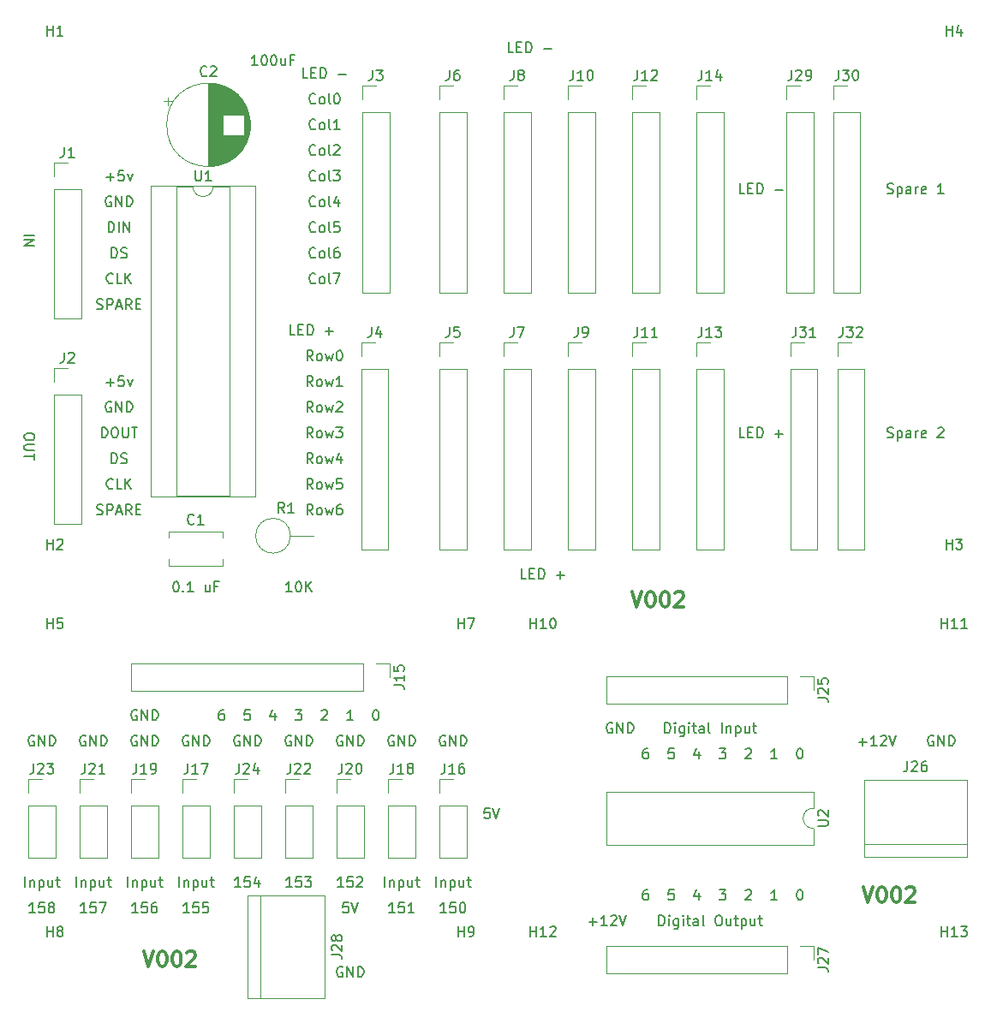
<source format=gbr>
G04 #@! TF.GenerationSoftware,KiCad,Pcbnew,(5.1.2-1)-1*
G04 #@! TF.CreationDate,2019-08-12T18:52:57+10:00*
G04 #@! TF.ProjectId,Max7219,4d617837-3231-4392-9e6b-696361645f70,rev?*
G04 #@! TF.SameCoordinates,Original*
G04 #@! TF.FileFunction,Legend,Top*
G04 #@! TF.FilePolarity,Positive*
%FSLAX46Y46*%
G04 Gerber Fmt 4.6, Leading zero omitted, Abs format (unit mm)*
G04 Created by KiCad (PCBNEW (5.1.2-1)-1) date 2019-08-12 18:52:57*
%MOMM*%
%LPD*%
G04 APERTURE LIST*
%ADD10C,0.150000*%
%ADD11C,0.300000*%
%ADD12C,0.120000*%
G04 APERTURE END LIST*
D10*
X163457142Y-47442380D02*
X162980952Y-47442380D01*
X162980952Y-46442380D01*
X163790476Y-46918571D02*
X164123809Y-46918571D01*
X164266666Y-47442380D02*
X163790476Y-47442380D01*
X163790476Y-46442380D01*
X164266666Y-46442380D01*
X164695238Y-47442380D02*
X164695238Y-46442380D01*
X164933333Y-46442380D01*
X165076190Y-46490000D01*
X165171428Y-46585238D01*
X165219047Y-46680476D01*
X165266666Y-46870952D01*
X165266666Y-47013809D01*
X165219047Y-47204285D01*
X165171428Y-47299523D01*
X165076190Y-47394761D01*
X164933333Y-47442380D01*
X164695238Y-47442380D01*
X166457142Y-47061428D02*
X167219047Y-47061428D01*
X164727142Y-99512380D02*
X164250952Y-99512380D01*
X164250952Y-98512380D01*
X165060476Y-98988571D02*
X165393809Y-98988571D01*
X165536666Y-99512380D02*
X165060476Y-99512380D01*
X165060476Y-98512380D01*
X165536666Y-98512380D01*
X165965238Y-99512380D02*
X165965238Y-98512380D01*
X166203333Y-98512380D01*
X166346190Y-98560000D01*
X166441428Y-98655238D01*
X166489047Y-98750476D01*
X166536666Y-98940952D01*
X166536666Y-99083809D01*
X166489047Y-99274285D01*
X166441428Y-99369523D01*
X166346190Y-99464761D01*
X166203333Y-99512380D01*
X165965238Y-99512380D01*
X167727142Y-99131428D02*
X168489047Y-99131428D01*
X168108095Y-99512380D02*
X168108095Y-98750476D01*
X186317142Y-85542380D02*
X185840952Y-85542380D01*
X185840952Y-84542380D01*
X186650476Y-85018571D02*
X186983809Y-85018571D01*
X187126666Y-85542380D02*
X186650476Y-85542380D01*
X186650476Y-84542380D01*
X187126666Y-84542380D01*
X187555238Y-85542380D02*
X187555238Y-84542380D01*
X187793333Y-84542380D01*
X187936190Y-84590000D01*
X188031428Y-84685238D01*
X188079047Y-84780476D01*
X188126666Y-84970952D01*
X188126666Y-85113809D01*
X188079047Y-85304285D01*
X188031428Y-85399523D01*
X187936190Y-85494761D01*
X187793333Y-85542380D01*
X187555238Y-85542380D01*
X189317142Y-85161428D02*
X190079047Y-85161428D01*
X189698095Y-85542380D02*
X189698095Y-84780476D01*
X186317142Y-61412380D02*
X185840952Y-61412380D01*
X185840952Y-60412380D01*
X186650476Y-60888571D02*
X186983809Y-60888571D01*
X187126666Y-61412380D02*
X186650476Y-61412380D01*
X186650476Y-60412380D01*
X187126666Y-60412380D01*
X187555238Y-61412380D02*
X187555238Y-60412380D01*
X187793333Y-60412380D01*
X187936190Y-60460000D01*
X188031428Y-60555238D01*
X188079047Y-60650476D01*
X188126666Y-60840952D01*
X188126666Y-60983809D01*
X188079047Y-61174285D01*
X188031428Y-61269523D01*
X187936190Y-61364761D01*
X187793333Y-61412380D01*
X187555238Y-61412380D01*
X189317142Y-61031428D02*
X190079047Y-61031428D01*
X143137142Y-49982380D02*
X142660952Y-49982380D01*
X142660952Y-48982380D01*
X143470476Y-49458571D02*
X143803809Y-49458571D01*
X143946666Y-49982380D02*
X143470476Y-49982380D01*
X143470476Y-48982380D01*
X143946666Y-48982380D01*
X144375238Y-49982380D02*
X144375238Y-48982380D01*
X144613333Y-48982380D01*
X144756190Y-49030000D01*
X144851428Y-49125238D01*
X144899047Y-49220476D01*
X144946666Y-49410952D01*
X144946666Y-49553809D01*
X144899047Y-49744285D01*
X144851428Y-49839523D01*
X144756190Y-49934761D01*
X144613333Y-49982380D01*
X144375238Y-49982380D01*
X146137142Y-49601428D02*
X146899047Y-49601428D01*
X141867142Y-75382380D02*
X141390952Y-75382380D01*
X141390952Y-74382380D01*
X142200476Y-74858571D02*
X142533809Y-74858571D01*
X142676666Y-75382380D02*
X142200476Y-75382380D01*
X142200476Y-74382380D01*
X142676666Y-74382380D01*
X143105238Y-75382380D02*
X143105238Y-74382380D01*
X143343333Y-74382380D01*
X143486190Y-74430000D01*
X143581428Y-74525238D01*
X143629047Y-74620476D01*
X143676666Y-74810952D01*
X143676666Y-74953809D01*
X143629047Y-75144285D01*
X143581428Y-75239523D01*
X143486190Y-75334761D01*
X143343333Y-75382380D01*
X143105238Y-75382380D01*
X144867142Y-75001428D02*
X145629047Y-75001428D01*
X145248095Y-75382380D02*
X145248095Y-74620476D01*
X138152380Y-48712380D02*
X137580952Y-48712380D01*
X137866666Y-48712380D02*
X137866666Y-47712380D01*
X137771428Y-47855238D01*
X137676190Y-47950476D01*
X137580952Y-47998095D01*
X138771428Y-47712380D02*
X138866666Y-47712380D01*
X138961904Y-47760000D01*
X139009523Y-47807619D01*
X139057142Y-47902857D01*
X139104761Y-48093333D01*
X139104761Y-48331428D01*
X139057142Y-48521904D01*
X139009523Y-48617142D01*
X138961904Y-48664761D01*
X138866666Y-48712380D01*
X138771428Y-48712380D01*
X138676190Y-48664761D01*
X138628571Y-48617142D01*
X138580952Y-48521904D01*
X138533333Y-48331428D01*
X138533333Y-48093333D01*
X138580952Y-47902857D01*
X138628571Y-47807619D01*
X138676190Y-47760000D01*
X138771428Y-47712380D01*
X139723809Y-47712380D02*
X139819047Y-47712380D01*
X139914285Y-47760000D01*
X139961904Y-47807619D01*
X140009523Y-47902857D01*
X140057142Y-48093333D01*
X140057142Y-48331428D01*
X140009523Y-48521904D01*
X139961904Y-48617142D01*
X139914285Y-48664761D01*
X139819047Y-48712380D01*
X139723809Y-48712380D01*
X139628571Y-48664761D01*
X139580952Y-48617142D01*
X139533333Y-48521904D01*
X139485714Y-48331428D01*
X139485714Y-48093333D01*
X139533333Y-47902857D01*
X139580952Y-47807619D01*
X139628571Y-47760000D01*
X139723809Y-47712380D01*
X140914285Y-48045714D02*
X140914285Y-48712380D01*
X140485714Y-48045714D02*
X140485714Y-48569523D01*
X140533333Y-48664761D01*
X140628571Y-48712380D01*
X140771428Y-48712380D01*
X140866666Y-48664761D01*
X140914285Y-48617142D01*
X141723809Y-48188571D02*
X141390476Y-48188571D01*
X141390476Y-48712380D02*
X141390476Y-47712380D01*
X141866666Y-47712380D01*
X130056190Y-99782380D02*
X130151428Y-99782380D01*
X130246666Y-99830000D01*
X130294285Y-99877619D01*
X130341904Y-99972857D01*
X130389523Y-100163333D01*
X130389523Y-100401428D01*
X130341904Y-100591904D01*
X130294285Y-100687142D01*
X130246666Y-100734761D01*
X130151428Y-100782380D01*
X130056190Y-100782380D01*
X129960952Y-100734761D01*
X129913333Y-100687142D01*
X129865714Y-100591904D01*
X129818095Y-100401428D01*
X129818095Y-100163333D01*
X129865714Y-99972857D01*
X129913333Y-99877619D01*
X129960952Y-99830000D01*
X130056190Y-99782380D01*
X130818095Y-100687142D02*
X130865714Y-100734761D01*
X130818095Y-100782380D01*
X130770476Y-100734761D01*
X130818095Y-100687142D01*
X130818095Y-100782380D01*
X131818095Y-100782380D02*
X131246666Y-100782380D01*
X131532380Y-100782380D02*
X131532380Y-99782380D01*
X131437142Y-99925238D01*
X131341904Y-100020476D01*
X131246666Y-100068095D01*
X133437142Y-100115714D02*
X133437142Y-100782380D01*
X133008571Y-100115714D02*
X133008571Y-100639523D01*
X133056190Y-100734761D01*
X133151428Y-100782380D01*
X133294285Y-100782380D01*
X133389523Y-100734761D01*
X133437142Y-100687142D01*
X134246666Y-100258571D02*
X133913333Y-100258571D01*
X133913333Y-100782380D02*
X133913333Y-99782380D01*
X134389523Y-99782380D01*
X141549523Y-100782380D02*
X140978095Y-100782380D01*
X141263809Y-100782380D02*
X141263809Y-99782380D01*
X141168571Y-99925238D01*
X141073333Y-100020476D01*
X140978095Y-100068095D01*
X142168571Y-99782380D02*
X142263809Y-99782380D01*
X142359047Y-99830000D01*
X142406666Y-99877619D01*
X142454285Y-99972857D01*
X142501904Y-100163333D01*
X142501904Y-100401428D01*
X142454285Y-100591904D01*
X142406666Y-100687142D01*
X142359047Y-100734761D01*
X142263809Y-100782380D01*
X142168571Y-100782380D01*
X142073333Y-100734761D01*
X142025714Y-100687142D01*
X141978095Y-100591904D01*
X141930476Y-100401428D01*
X141930476Y-100163333D01*
X141978095Y-99972857D01*
X142025714Y-99877619D01*
X142073333Y-99830000D01*
X142168571Y-99782380D01*
X142930476Y-100782380D02*
X142930476Y-99782380D01*
X143501904Y-100782380D02*
X143073333Y-100210952D01*
X143501904Y-99782380D02*
X142930476Y-100353809D01*
X116117619Y-85360000D02*
X116117619Y-85550476D01*
X116070000Y-85645714D01*
X115974761Y-85740952D01*
X115784285Y-85788571D01*
X115450952Y-85788571D01*
X115260476Y-85740952D01*
X115165238Y-85645714D01*
X115117619Y-85550476D01*
X115117619Y-85360000D01*
X115165238Y-85264761D01*
X115260476Y-85169523D01*
X115450952Y-85121904D01*
X115784285Y-85121904D01*
X115974761Y-85169523D01*
X116070000Y-85264761D01*
X116117619Y-85360000D01*
X116117619Y-86217142D02*
X115308095Y-86217142D01*
X115212857Y-86264761D01*
X115165238Y-86312380D01*
X115117619Y-86407619D01*
X115117619Y-86598095D01*
X115165238Y-86693333D01*
X115212857Y-86740952D01*
X115308095Y-86788571D01*
X116117619Y-86788571D01*
X116117619Y-87121904D02*
X116117619Y-87693333D01*
X115117619Y-87407619D02*
X116117619Y-87407619D01*
X115117619Y-65516190D02*
X116117619Y-65516190D01*
X115117619Y-65992380D02*
X116117619Y-65992380D01*
X115117619Y-66563809D01*
X116117619Y-66563809D01*
X200414285Y-85494761D02*
X200557142Y-85542380D01*
X200795238Y-85542380D01*
X200890476Y-85494761D01*
X200938095Y-85447142D01*
X200985714Y-85351904D01*
X200985714Y-85256666D01*
X200938095Y-85161428D01*
X200890476Y-85113809D01*
X200795238Y-85066190D01*
X200604761Y-85018571D01*
X200509523Y-84970952D01*
X200461904Y-84923333D01*
X200414285Y-84828095D01*
X200414285Y-84732857D01*
X200461904Y-84637619D01*
X200509523Y-84590000D01*
X200604761Y-84542380D01*
X200842857Y-84542380D01*
X200985714Y-84590000D01*
X201414285Y-84875714D02*
X201414285Y-85875714D01*
X201414285Y-84923333D02*
X201509523Y-84875714D01*
X201700000Y-84875714D01*
X201795238Y-84923333D01*
X201842857Y-84970952D01*
X201890476Y-85066190D01*
X201890476Y-85351904D01*
X201842857Y-85447142D01*
X201795238Y-85494761D01*
X201700000Y-85542380D01*
X201509523Y-85542380D01*
X201414285Y-85494761D01*
X202747619Y-85542380D02*
X202747619Y-85018571D01*
X202700000Y-84923333D01*
X202604761Y-84875714D01*
X202414285Y-84875714D01*
X202319047Y-84923333D01*
X202747619Y-85494761D02*
X202652380Y-85542380D01*
X202414285Y-85542380D01*
X202319047Y-85494761D01*
X202271428Y-85399523D01*
X202271428Y-85304285D01*
X202319047Y-85209047D01*
X202414285Y-85161428D01*
X202652380Y-85161428D01*
X202747619Y-85113809D01*
X203223809Y-85542380D02*
X203223809Y-84875714D01*
X203223809Y-85066190D02*
X203271428Y-84970952D01*
X203319047Y-84923333D01*
X203414285Y-84875714D01*
X203509523Y-84875714D01*
X204223809Y-85494761D02*
X204128571Y-85542380D01*
X203938095Y-85542380D01*
X203842857Y-85494761D01*
X203795238Y-85399523D01*
X203795238Y-85018571D01*
X203842857Y-84923333D01*
X203938095Y-84875714D01*
X204128571Y-84875714D01*
X204223809Y-84923333D01*
X204271428Y-85018571D01*
X204271428Y-85113809D01*
X203795238Y-85209047D01*
X205414285Y-84637619D02*
X205461904Y-84590000D01*
X205557142Y-84542380D01*
X205795238Y-84542380D01*
X205890476Y-84590000D01*
X205938095Y-84637619D01*
X205985714Y-84732857D01*
X205985714Y-84828095D01*
X205938095Y-84970952D01*
X205366666Y-85542380D01*
X205985714Y-85542380D01*
X200414285Y-61364761D02*
X200557142Y-61412380D01*
X200795238Y-61412380D01*
X200890476Y-61364761D01*
X200938095Y-61317142D01*
X200985714Y-61221904D01*
X200985714Y-61126666D01*
X200938095Y-61031428D01*
X200890476Y-60983809D01*
X200795238Y-60936190D01*
X200604761Y-60888571D01*
X200509523Y-60840952D01*
X200461904Y-60793333D01*
X200414285Y-60698095D01*
X200414285Y-60602857D01*
X200461904Y-60507619D01*
X200509523Y-60460000D01*
X200604761Y-60412380D01*
X200842857Y-60412380D01*
X200985714Y-60460000D01*
X201414285Y-60745714D02*
X201414285Y-61745714D01*
X201414285Y-60793333D02*
X201509523Y-60745714D01*
X201700000Y-60745714D01*
X201795238Y-60793333D01*
X201842857Y-60840952D01*
X201890476Y-60936190D01*
X201890476Y-61221904D01*
X201842857Y-61317142D01*
X201795238Y-61364761D01*
X201700000Y-61412380D01*
X201509523Y-61412380D01*
X201414285Y-61364761D01*
X202747619Y-61412380D02*
X202747619Y-60888571D01*
X202700000Y-60793333D01*
X202604761Y-60745714D01*
X202414285Y-60745714D01*
X202319047Y-60793333D01*
X202747619Y-61364761D02*
X202652380Y-61412380D01*
X202414285Y-61412380D01*
X202319047Y-61364761D01*
X202271428Y-61269523D01*
X202271428Y-61174285D01*
X202319047Y-61079047D01*
X202414285Y-61031428D01*
X202652380Y-61031428D01*
X202747619Y-60983809D01*
X203223809Y-61412380D02*
X203223809Y-60745714D01*
X203223809Y-60936190D02*
X203271428Y-60840952D01*
X203319047Y-60793333D01*
X203414285Y-60745714D01*
X203509523Y-60745714D01*
X204223809Y-61364761D02*
X204128571Y-61412380D01*
X203938095Y-61412380D01*
X203842857Y-61364761D01*
X203795238Y-61269523D01*
X203795238Y-60888571D01*
X203842857Y-60793333D01*
X203938095Y-60745714D01*
X204128571Y-60745714D01*
X204223809Y-60793333D01*
X204271428Y-60888571D01*
X204271428Y-60983809D01*
X203795238Y-61079047D01*
X205985714Y-61412380D02*
X205414285Y-61412380D01*
X205700000Y-61412380D02*
X205700000Y-60412380D01*
X205604761Y-60555238D01*
X205509523Y-60650476D01*
X205414285Y-60698095D01*
D11*
X126897142Y-136338571D02*
X127397142Y-137838571D01*
X127897142Y-136338571D01*
X128682857Y-136338571D02*
X128825714Y-136338571D01*
X128968571Y-136410000D01*
X129040000Y-136481428D01*
X129111428Y-136624285D01*
X129182857Y-136910000D01*
X129182857Y-137267142D01*
X129111428Y-137552857D01*
X129040000Y-137695714D01*
X128968571Y-137767142D01*
X128825714Y-137838571D01*
X128682857Y-137838571D01*
X128540000Y-137767142D01*
X128468571Y-137695714D01*
X128397142Y-137552857D01*
X128325714Y-137267142D01*
X128325714Y-136910000D01*
X128397142Y-136624285D01*
X128468571Y-136481428D01*
X128540000Y-136410000D01*
X128682857Y-136338571D01*
X130111428Y-136338571D02*
X130254285Y-136338571D01*
X130397142Y-136410000D01*
X130468571Y-136481428D01*
X130540000Y-136624285D01*
X130611428Y-136910000D01*
X130611428Y-137267142D01*
X130540000Y-137552857D01*
X130468571Y-137695714D01*
X130397142Y-137767142D01*
X130254285Y-137838571D01*
X130111428Y-137838571D01*
X129968571Y-137767142D01*
X129897142Y-137695714D01*
X129825714Y-137552857D01*
X129754285Y-137267142D01*
X129754285Y-136910000D01*
X129825714Y-136624285D01*
X129897142Y-136481428D01*
X129968571Y-136410000D01*
X130111428Y-136338571D01*
X131182857Y-136481428D02*
X131254285Y-136410000D01*
X131397142Y-136338571D01*
X131754285Y-136338571D01*
X131897142Y-136410000D01*
X131968571Y-136481428D01*
X132040000Y-136624285D01*
X132040000Y-136767142D01*
X131968571Y-136981428D01*
X131111428Y-137838571D01*
X132040000Y-137838571D01*
X198017142Y-129988571D02*
X198517142Y-131488571D01*
X199017142Y-129988571D01*
X199802857Y-129988571D02*
X199945714Y-129988571D01*
X200088571Y-130060000D01*
X200160000Y-130131428D01*
X200231428Y-130274285D01*
X200302857Y-130560000D01*
X200302857Y-130917142D01*
X200231428Y-131202857D01*
X200160000Y-131345714D01*
X200088571Y-131417142D01*
X199945714Y-131488571D01*
X199802857Y-131488571D01*
X199660000Y-131417142D01*
X199588571Y-131345714D01*
X199517142Y-131202857D01*
X199445714Y-130917142D01*
X199445714Y-130560000D01*
X199517142Y-130274285D01*
X199588571Y-130131428D01*
X199660000Y-130060000D01*
X199802857Y-129988571D01*
X201231428Y-129988571D02*
X201374285Y-129988571D01*
X201517142Y-130060000D01*
X201588571Y-130131428D01*
X201660000Y-130274285D01*
X201731428Y-130560000D01*
X201731428Y-130917142D01*
X201660000Y-131202857D01*
X201588571Y-131345714D01*
X201517142Y-131417142D01*
X201374285Y-131488571D01*
X201231428Y-131488571D01*
X201088571Y-131417142D01*
X201017142Y-131345714D01*
X200945714Y-131202857D01*
X200874285Y-130917142D01*
X200874285Y-130560000D01*
X200945714Y-130274285D01*
X201017142Y-130131428D01*
X201088571Y-130060000D01*
X201231428Y-129988571D01*
X202302857Y-130131428D02*
X202374285Y-130060000D01*
X202517142Y-129988571D01*
X202874285Y-129988571D01*
X203017142Y-130060000D01*
X203088571Y-130131428D01*
X203160000Y-130274285D01*
X203160000Y-130417142D01*
X203088571Y-130631428D01*
X202231428Y-131488571D01*
X203160000Y-131488571D01*
X175157142Y-100778571D02*
X175657142Y-102278571D01*
X176157142Y-100778571D01*
X176942857Y-100778571D02*
X177085714Y-100778571D01*
X177228571Y-100850000D01*
X177300000Y-100921428D01*
X177371428Y-101064285D01*
X177442857Y-101350000D01*
X177442857Y-101707142D01*
X177371428Y-101992857D01*
X177300000Y-102135714D01*
X177228571Y-102207142D01*
X177085714Y-102278571D01*
X176942857Y-102278571D01*
X176800000Y-102207142D01*
X176728571Y-102135714D01*
X176657142Y-101992857D01*
X176585714Y-101707142D01*
X176585714Y-101350000D01*
X176657142Y-101064285D01*
X176728571Y-100921428D01*
X176800000Y-100850000D01*
X176942857Y-100778571D01*
X178371428Y-100778571D02*
X178514285Y-100778571D01*
X178657142Y-100850000D01*
X178728571Y-100921428D01*
X178800000Y-101064285D01*
X178871428Y-101350000D01*
X178871428Y-101707142D01*
X178800000Y-101992857D01*
X178728571Y-102135714D01*
X178657142Y-102207142D01*
X178514285Y-102278571D01*
X178371428Y-102278571D01*
X178228571Y-102207142D01*
X178157142Y-102135714D01*
X178085714Y-101992857D01*
X178014285Y-101707142D01*
X178014285Y-101350000D01*
X178085714Y-101064285D01*
X178157142Y-100921428D01*
X178228571Y-100850000D01*
X178371428Y-100778571D01*
X179442857Y-100921428D02*
X179514285Y-100850000D01*
X179657142Y-100778571D01*
X180014285Y-100778571D01*
X180157142Y-100850000D01*
X180228571Y-100921428D01*
X180300000Y-101064285D01*
X180300000Y-101207142D01*
X180228571Y-101421428D01*
X179371428Y-102278571D01*
X180300000Y-102278571D01*
D10*
X116173333Y-132532380D02*
X115601904Y-132532380D01*
X115887619Y-132532380D02*
X115887619Y-131532380D01*
X115792380Y-131675238D01*
X115697142Y-131770476D01*
X115601904Y-131818095D01*
X117078095Y-131532380D02*
X116601904Y-131532380D01*
X116554285Y-132008571D01*
X116601904Y-131960952D01*
X116697142Y-131913333D01*
X116935238Y-131913333D01*
X117030476Y-131960952D01*
X117078095Y-132008571D01*
X117125714Y-132103809D01*
X117125714Y-132341904D01*
X117078095Y-132437142D01*
X117030476Y-132484761D01*
X116935238Y-132532380D01*
X116697142Y-132532380D01*
X116601904Y-132484761D01*
X116554285Y-132437142D01*
X117697142Y-131960952D02*
X117601904Y-131913333D01*
X117554285Y-131865714D01*
X117506666Y-131770476D01*
X117506666Y-131722857D01*
X117554285Y-131627619D01*
X117601904Y-131580000D01*
X117697142Y-131532380D01*
X117887619Y-131532380D01*
X117982857Y-131580000D01*
X118030476Y-131627619D01*
X118078095Y-131722857D01*
X118078095Y-131770476D01*
X118030476Y-131865714D01*
X117982857Y-131913333D01*
X117887619Y-131960952D01*
X117697142Y-131960952D01*
X117601904Y-132008571D01*
X117554285Y-132056190D01*
X117506666Y-132151428D01*
X117506666Y-132341904D01*
X117554285Y-132437142D01*
X117601904Y-132484761D01*
X117697142Y-132532380D01*
X117887619Y-132532380D01*
X117982857Y-132484761D01*
X118030476Y-132437142D01*
X118078095Y-132341904D01*
X118078095Y-132151428D01*
X118030476Y-132056190D01*
X117982857Y-132008571D01*
X117887619Y-131960952D01*
X121253333Y-132532380D02*
X120681904Y-132532380D01*
X120967619Y-132532380D02*
X120967619Y-131532380D01*
X120872380Y-131675238D01*
X120777142Y-131770476D01*
X120681904Y-131818095D01*
X122158095Y-131532380D02*
X121681904Y-131532380D01*
X121634285Y-132008571D01*
X121681904Y-131960952D01*
X121777142Y-131913333D01*
X122015238Y-131913333D01*
X122110476Y-131960952D01*
X122158095Y-132008571D01*
X122205714Y-132103809D01*
X122205714Y-132341904D01*
X122158095Y-132437142D01*
X122110476Y-132484761D01*
X122015238Y-132532380D01*
X121777142Y-132532380D01*
X121681904Y-132484761D01*
X121634285Y-132437142D01*
X122539047Y-131532380D02*
X123205714Y-131532380D01*
X122777142Y-132532380D01*
X126333333Y-132532380D02*
X125761904Y-132532380D01*
X126047619Y-132532380D02*
X126047619Y-131532380D01*
X125952380Y-131675238D01*
X125857142Y-131770476D01*
X125761904Y-131818095D01*
X127238095Y-131532380D02*
X126761904Y-131532380D01*
X126714285Y-132008571D01*
X126761904Y-131960952D01*
X126857142Y-131913333D01*
X127095238Y-131913333D01*
X127190476Y-131960952D01*
X127238095Y-132008571D01*
X127285714Y-132103809D01*
X127285714Y-132341904D01*
X127238095Y-132437142D01*
X127190476Y-132484761D01*
X127095238Y-132532380D01*
X126857142Y-132532380D01*
X126761904Y-132484761D01*
X126714285Y-132437142D01*
X128142857Y-131532380D02*
X127952380Y-131532380D01*
X127857142Y-131580000D01*
X127809523Y-131627619D01*
X127714285Y-131770476D01*
X127666666Y-131960952D01*
X127666666Y-132341904D01*
X127714285Y-132437142D01*
X127761904Y-132484761D01*
X127857142Y-132532380D01*
X128047619Y-132532380D01*
X128142857Y-132484761D01*
X128190476Y-132437142D01*
X128238095Y-132341904D01*
X128238095Y-132103809D01*
X128190476Y-132008571D01*
X128142857Y-131960952D01*
X128047619Y-131913333D01*
X127857142Y-131913333D01*
X127761904Y-131960952D01*
X127714285Y-132008571D01*
X127666666Y-132103809D01*
X131413333Y-132532380D02*
X130841904Y-132532380D01*
X131127619Y-132532380D02*
X131127619Y-131532380D01*
X131032380Y-131675238D01*
X130937142Y-131770476D01*
X130841904Y-131818095D01*
X132318095Y-131532380D02*
X131841904Y-131532380D01*
X131794285Y-132008571D01*
X131841904Y-131960952D01*
X131937142Y-131913333D01*
X132175238Y-131913333D01*
X132270476Y-131960952D01*
X132318095Y-132008571D01*
X132365714Y-132103809D01*
X132365714Y-132341904D01*
X132318095Y-132437142D01*
X132270476Y-132484761D01*
X132175238Y-132532380D01*
X131937142Y-132532380D01*
X131841904Y-132484761D01*
X131794285Y-132437142D01*
X133270476Y-131532380D02*
X132794285Y-131532380D01*
X132746666Y-132008571D01*
X132794285Y-131960952D01*
X132889523Y-131913333D01*
X133127619Y-131913333D01*
X133222857Y-131960952D01*
X133270476Y-132008571D01*
X133318095Y-132103809D01*
X133318095Y-132341904D01*
X133270476Y-132437142D01*
X133222857Y-132484761D01*
X133127619Y-132532380D01*
X132889523Y-132532380D01*
X132794285Y-132484761D01*
X132746666Y-132437142D01*
X141573333Y-129992380D02*
X141001904Y-129992380D01*
X141287619Y-129992380D02*
X141287619Y-128992380D01*
X141192380Y-129135238D01*
X141097142Y-129230476D01*
X141001904Y-129278095D01*
X142478095Y-128992380D02*
X142001904Y-128992380D01*
X141954285Y-129468571D01*
X142001904Y-129420952D01*
X142097142Y-129373333D01*
X142335238Y-129373333D01*
X142430476Y-129420952D01*
X142478095Y-129468571D01*
X142525714Y-129563809D01*
X142525714Y-129801904D01*
X142478095Y-129897142D01*
X142430476Y-129944761D01*
X142335238Y-129992380D01*
X142097142Y-129992380D01*
X142001904Y-129944761D01*
X141954285Y-129897142D01*
X142859047Y-128992380D02*
X143478095Y-128992380D01*
X143144761Y-129373333D01*
X143287619Y-129373333D01*
X143382857Y-129420952D01*
X143430476Y-129468571D01*
X143478095Y-129563809D01*
X143478095Y-129801904D01*
X143430476Y-129897142D01*
X143382857Y-129944761D01*
X143287619Y-129992380D01*
X143001904Y-129992380D01*
X142906666Y-129944761D01*
X142859047Y-129897142D01*
X136493333Y-129992380D02*
X135921904Y-129992380D01*
X136207619Y-129992380D02*
X136207619Y-128992380D01*
X136112380Y-129135238D01*
X136017142Y-129230476D01*
X135921904Y-129278095D01*
X137398095Y-128992380D02*
X136921904Y-128992380D01*
X136874285Y-129468571D01*
X136921904Y-129420952D01*
X137017142Y-129373333D01*
X137255238Y-129373333D01*
X137350476Y-129420952D01*
X137398095Y-129468571D01*
X137445714Y-129563809D01*
X137445714Y-129801904D01*
X137398095Y-129897142D01*
X137350476Y-129944761D01*
X137255238Y-129992380D01*
X137017142Y-129992380D01*
X136921904Y-129944761D01*
X136874285Y-129897142D01*
X138302857Y-129325714D02*
X138302857Y-129992380D01*
X138064761Y-128944761D02*
X137826666Y-129659047D01*
X138445714Y-129659047D01*
X146653333Y-129992380D02*
X146081904Y-129992380D01*
X146367619Y-129992380D02*
X146367619Y-128992380D01*
X146272380Y-129135238D01*
X146177142Y-129230476D01*
X146081904Y-129278095D01*
X147558095Y-128992380D02*
X147081904Y-128992380D01*
X147034285Y-129468571D01*
X147081904Y-129420952D01*
X147177142Y-129373333D01*
X147415238Y-129373333D01*
X147510476Y-129420952D01*
X147558095Y-129468571D01*
X147605714Y-129563809D01*
X147605714Y-129801904D01*
X147558095Y-129897142D01*
X147510476Y-129944761D01*
X147415238Y-129992380D01*
X147177142Y-129992380D01*
X147081904Y-129944761D01*
X147034285Y-129897142D01*
X147986666Y-129087619D02*
X148034285Y-129040000D01*
X148129523Y-128992380D01*
X148367619Y-128992380D01*
X148462857Y-129040000D01*
X148510476Y-129087619D01*
X148558095Y-129182857D01*
X148558095Y-129278095D01*
X148510476Y-129420952D01*
X147939047Y-129992380D01*
X148558095Y-129992380D01*
X151733333Y-132532380D02*
X151161904Y-132532380D01*
X151447619Y-132532380D02*
X151447619Y-131532380D01*
X151352380Y-131675238D01*
X151257142Y-131770476D01*
X151161904Y-131818095D01*
X152638095Y-131532380D02*
X152161904Y-131532380D01*
X152114285Y-132008571D01*
X152161904Y-131960952D01*
X152257142Y-131913333D01*
X152495238Y-131913333D01*
X152590476Y-131960952D01*
X152638095Y-132008571D01*
X152685714Y-132103809D01*
X152685714Y-132341904D01*
X152638095Y-132437142D01*
X152590476Y-132484761D01*
X152495238Y-132532380D01*
X152257142Y-132532380D01*
X152161904Y-132484761D01*
X152114285Y-132437142D01*
X153638095Y-132532380D02*
X153066666Y-132532380D01*
X153352380Y-132532380D02*
X153352380Y-131532380D01*
X153257142Y-131675238D01*
X153161904Y-131770476D01*
X153066666Y-131818095D01*
X156813333Y-132532380D02*
X156241904Y-132532380D01*
X156527619Y-132532380D02*
X156527619Y-131532380D01*
X156432380Y-131675238D01*
X156337142Y-131770476D01*
X156241904Y-131818095D01*
X157718095Y-131532380D02*
X157241904Y-131532380D01*
X157194285Y-132008571D01*
X157241904Y-131960952D01*
X157337142Y-131913333D01*
X157575238Y-131913333D01*
X157670476Y-131960952D01*
X157718095Y-132008571D01*
X157765714Y-132103809D01*
X157765714Y-132341904D01*
X157718095Y-132437142D01*
X157670476Y-132484761D01*
X157575238Y-132532380D01*
X157337142Y-132532380D01*
X157241904Y-132484761D01*
X157194285Y-132437142D01*
X158384761Y-131532380D02*
X158480000Y-131532380D01*
X158575238Y-131580000D01*
X158622857Y-131627619D01*
X158670476Y-131722857D01*
X158718095Y-131913333D01*
X158718095Y-132151428D01*
X158670476Y-132341904D01*
X158622857Y-132437142D01*
X158575238Y-132484761D01*
X158480000Y-132532380D01*
X158384761Y-132532380D01*
X158289523Y-132484761D01*
X158241904Y-132437142D01*
X158194285Y-132341904D01*
X158146666Y-132151428D01*
X158146666Y-131913333D01*
X158194285Y-131722857D01*
X158241904Y-131627619D01*
X158289523Y-131580000D01*
X158384761Y-131532380D01*
X141906666Y-112482380D02*
X142525714Y-112482380D01*
X142192380Y-112863333D01*
X142335238Y-112863333D01*
X142430476Y-112910952D01*
X142478095Y-112958571D01*
X142525714Y-113053809D01*
X142525714Y-113291904D01*
X142478095Y-113387142D01*
X142430476Y-113434761D01*
X142335238Y-113482380D01*
X142049523Y-113482380D01*
X141954285Y-113434761D01*
X141906666Y-113387142D01*
X144494285Y-112577619D02*
X144541904Y-112530000D01*
X144637142Y-112482380D01*
X144875238Y-112482380D01*
X144970476Y-112530000D01*
X145018095Y-112577619D01*
X145065714Y-112672857D01*
X145065714Y-112768095D01*
X145018095Y-112910952D01*
X144446666Y-113482380D01*
X145065714Y-113482380D01*
X139890476Y-112815714D02*
X139890476Y-113482380D01*
X139652380Y-112434761D02*
X139414285Y-113149047D01*
X140033333Y-113149047D01*
X134810476Y-112482380D02*
X134620000Y-112482380D01*
X134524761Y-112530000D01*
X134477142Y-112577619D01*
X134381904Y-112720476D01*
X134334285Y-112910952D01*
X134334285Y-113291904D01*
X134381904Y-113387142D01*
X134429523Y-113434761D01*
X134524761Y-113482380D01*
X134715238Y-113482380D01*
X134810476Y-113434761D01*
X134858095Y-113387142D01*
X134905714Y-113291904D01*
X134905714Y-113053809D01*
X134858095Y-112958571D01*
X134810476Y-112910952D01*
X134715238Y-112863333D01*
X134524761Y-112863333D01*
X134429523Y-112910952D01*
X134381904Y-112958571D01*
X134334285Y-113053809D01*
X147605714Y-113482380D02*
X147034285Y-113482380D01*
X147320000Y-113482380D02*
X147320000Y-112482380D01*
X147224761Y-112625238D01*
X147129523Y-112720476D01*
X147034285Y-112768095D01*
X137398095Y-112482380D02*
X136921904Y-112482380D01*
X136874285Y-112958571D01*
X136921904Y-112910952D01*
X137017142Y-112863333D01*
X137255238Y-112863333D01*
X137350476Y-112910952D01*
X137398095Y-112958571D01*
X137445714Y-113053809D01*
X137445714Y-113291904D01*
X137398095Y-113387142D01*
X137350476Y-113434761D01*
X137255238Y-113482380D01*
X137017142Y-113482380D01*
X136921904Y-113434761D01*
X136874285Y-113387142D01*
X149812380Y-112482380D02*
X149907619Y-112482380D01*
X150002857Y-112530000D01*
X150050476Y-112577619D01*
X150098095Y-112672857D01*
X150145714Y-112863333D01*
X150145714Y-113101428D01*
X150098095Y-113291904D01*
X150050476Y-113387142D01*
X150002857Y-113434761D01*
X149907619Y-113482380D01*
X149812380Y-113482380D01*
X149717142Y-113434761D01*
X149669523Y-113387142D01*
X149621904Y-113291904D01*
X149574285Y-113101428D01*
X149574285Y-112863333D01*
X149621904Y-112672857D01*
X149669523Y-112577619D01*
X149717142Y-112530000D01*
X149812380Y-112482380D01*
X115197142Y-129992380D02*
X115197142Y-128992380D01*
X115673333Y-129325714D02*
X115673333Y-129992380D01*
X115673333Y-129420952D02*
X115720952Y-129373333D01*
X115816190Y-129325714D01*
X115959047Y-129325714D01*
X116054285Y-129373333D01*
X116101904Y-129468571D01*
X116101904Y-129992380D01*
X116578095Y-129325714D02*
X116578095Y-130325714D01*
X116578095Y-129373333D02*
X116673333Y-129325714D01*
X116863809Y-129325714D01*
X116959047Y-129373333D01*
X117006666Y-129420952D01*
X117054285Y-129516190D01*
X117054285Y-129801904D01*
X117006666Y-129897142D01*
X116959047Y-129944761D01*
X116863809Y-129992380D01*
X116673333Y-129992380D01*
X116578095Y-129944761D01*
X117911428Y-129325714D02*
X117911428Y-129992380D01*
X117482857Y-129325714D02*
X117482857Y-129849523D01*
X117530476Y-129944761D01*
X117625714Y-129992380D01*
X117768571Y-129992380D01*
X117863809Y-129944761D01*
X117911428Y-129897142D01*
X118244761Y-129325714D02*
X118625714Y-129325714D01*
X118387619Y-128992380D02*
X118387619Y-129849523D01*
X118435238Y-129944761D01*
X118530476Y-129992380D01*
X118625714Y-129992380D01*
X120277142Y-129992380D02*
X120277142Y-128992380D01*
X120753333Y-129325714D02*
X120753333Y-129992380D01*
X120753333Y-129420952D02*
X120800952Y-129373333D01*
X120896190Y-129325714D01*
X121039047Y-129325714D01*
X121134285Y-129373333D01*
X121181904Y-129468571D01*
X121181904Y-129992380D01*
X121658095Y-129325714D02*
X121658095Y-130325714D01*
X121658095Y-129373333D02*
X121753333Y-129325714D01*
X121943809Y-129325714D01*
X122039047Y-129373333D01*
X122086666Y-129420952D01*
X122134285Y-129516190D01*
X122134285Y-129801904D01*
X122086666Y-129897142D01*
X122039047Y-129944761D01*
X121943809Y-129992380D01*
X121753333Y-129992380D01*
X121658095Y-129944761D01*
X122991428Y-129325714D02*
X122991428Y-129992380D01*
X122562857Y-129325714D02*
X122562857Y-129849523D01*
X122610476Y-129944761D01*
X122705714Y-129992380D01*
X122848571Y-129992380D01*
X122943809Y-129944761D01*
X122991428Y-129897142D01*
X123324761Y-129325714D02*
X123705714Y-129325714D01*
X123467619Y-128992380D02*
X123467619Y-129849523D01*
X123515238Y-129944761D01*
X123610476Y-129992380D01*
X123705714Y-129992380D01*
X125357142Y-129992380D02*
X125357142Y-128992380D01*
X125833333Y-129325714D02*
X125833333Y-129992380D01*
X125833333Y-129420952D02*
X125880952Y-129373333D01*
X125976190Y-129325714D01*
X126119047Y-129325714D01*
X126214285Y-129373333D01*
X126261904Y-129468571D01*
X126261904Y-129992380D01*
X126738095Y-129325714D02*
X126738095Y-130325714D01*
X126738095Y-129373333D02*
X126833333Y-129325714D01*
X127023809Y-129325714D01*
X127119047Y-129373333D01*
X127166666Y-129420952D01*
X127214285Y-129516190D01*
X127214285Y-129801904D01*
X127166666Y-129897142D01*
X127119047Y-129944761D01*
X127023809Y-129992380D01*
X126833333Y-129992380D01*
X126738095Y-129944761D01*
X128071428Y-129325714D02*
X128071428Y-129992380D01*
X127642857Y-129325714D02*
X127642857Y-129849523D01*
X127690476Y-129944761D01*
X127785714Y-129992380D01*
X127928571Y-129992380D01*
X128023809Y-129944761D01*
X128071428Y-129897142D01*
X128404761Y-129325714D02*
X128785714Y-129325714D01*
X128547619Y-128992380D02*
X128547619Y-129849523D01*
X128595238Y-129944761D01*
X128690476Y-129992380D01*
X128785714Y-129992380D01*
X130437142Y-129992380D02*
X130437142Y-128992380D01*
X130913333Y-129325714D02*
X130913333Y-129992380D01*
X130913333Y-129420952D02*
X130960952Y-129373333D01*
X131056190Y-129325714D01*
X131199047Y-129325714D01*
X131294285Y-129373333D01*
X131341904Y-129468571D01*
X131341904Y-129992380D01*
X131818095Y-129325714D02*
X131818095Y-130325714D01*
X131818095Y-129373333D02*
X131913333Y-129325714D01*
X132103809Y-129325714D01*
X132199047Y-129373333D01*
X132246666Y-129420952D01*
X132294285Y-129516190D01*
X132294285Y-129801904D01*
X132246666Y-129897142D01*
X132199047Y-129944761D01*
X132103809Y-129992380D01*
X131913333Y-129992380D01*
X131818095Y-129944761D01*
X133151428Y-129325714D02*
X133151428Y-129992380D01*
X132722857Y-129325714D02*
X132722857Y-129849523D01*
X132770476Y-129944761D01*
X132865714Y-129992380D01*
X133008571Y-129992380D01*
X133103809Y-129944761D01*
X133151428Y-129897142D01*
X133484761Y-129325714D02*
X133865714Y-129325714D01*
X133627619Y-128992380D02*
X133627619Y-129849523D01*
X133675238Y-129944761D01*
X133770476Y-129992380D01*
X133865714Y-129992380D01*
X150757142Y-129992380D02*
X150757142Y-128992380D01*
X151233333Y-129325714D02*
X151233333Y-129992380D01*
X151233333Y-129420952D02*
X151280952Y-129373333D01*
X151376190Y-129325714D01*
X151519047Y-129325714D01*
X151614285Y-129373333D01*
X151661904Y-129468571D01*
X151661904Y-129992380D01*
X152138095Y-129325714D02*
X152138095Y-130325714D01*
X152138095Y-129373333D02*
X152233333Y-129325714D01*
X152423809Y-129325714D01*
X152519047Y-129373333D01*
X152566666Y-129420952D01*
X152614285Y-129516190D01*
X152614285Y-129801904D01*
X152566666Y-129897142D01*
X152519047Y-129944761D01*
X152423809Y-129992380D01*
X152233333Y-129992380D01*
X152138095Y-129944761D01*
X153471428Y-129325714D02*
X153471428Y-129992380D01*
X153042857Y-129325714D02*
X153042857Y-129849523D01*
X153090476Y-129944761D01*
X153185714Y-129992380D01*
X153328571Y-129992380D01*
X153423809Y-129944761D01*
X153471428Y-129897142D01*
X153804761Y-129325714D02*
X154185714Y-129325714D01*
X153947619Y-128992380D02*
X153947619Y-129849523D01*
X153995238Y-129944761D01*
X154090476Y-129992380D01*
X154185714Y-129992380D01*
X116078095Y-115070000D02*
X115982857Y-115022380D01*
X115840000Y-115022380D01*
X115697142Y-115070000D01*
X115601904Y-115165238D01*
X115554285Y-115260476D01*
X115506666Y-115450952D01*
X115506666Y-115593809D01*
X115554285Y-115784285D01*
X115601904Y-115879523D01*
X115697142Y-115974761D01*
X115840000Y-116022380D01*
X115935238Y-116022380D01*
X116078095Y-115974761D01*
X116125714Y-115927142D01*
X116125714Y-115593809D01*
X115935238Y-115593809D01*
X116554285Y-116022380D02*
X116554285Y-115022380D01*
X117125714Y-116022380D01*
X117125714Y-115022380D01*
X117601904Y-116022380D02*
X117601904Y-115022380D01*
X117840000Y-115022380D01*
X117982857Y-115070000D01*
X118078095Y-115165238D01*
X118125714Y-115260476D01*
X118173333Y-115450952D01*
X118173333Y-115593809D01*
X118125714Y-115784285D01*
X118078095Y-115879523D01*
X117982857Y-115974761D01*
X117840000Y-116022380D01*
X117601904Y-116022380D01*
X121158095Y-115070000D02*
X121062857Y-115022380D01*
X120920000Y-115022380D01*
X120777142Y-115070000D01*
X120681904Y-115165238D01*
X120634285Y-115260476D01*
X120586666Y-115450952D01*
X120586666Y-115593809D01*
X120634285Y-115784285D01*
X120681904Y-115879523D01*
X120777142Y-115974761D01*
X120920000Y-116022380D01*
X121015238Y-116022380D01*
X121158095Y-115974761D01*
X121205714Y-115927142D01*
X121205714Y-115593809D01*
X121015238Y-115593809D01*
X121634285Y-116022380D02*
X121634285Y-115022380D01*
X122205714Y-116022380D01*
X122205714Y-115022380D01*
X122681904Y-116022380D02*
X122681904Y-115022380D01*
X122920000Y-115022380D01*
X123062857Y-115070000D01*
X123158095Y-115165238D01*
X123205714Y-115260476D01*
X123253333Y-115450952D01*
X123253333Y-115593809D01*
X123205714Y-115784285D01*
X123158095Y-115879523D01*
X123062857Y-115974761D01*
X122920000Y-116022380D01*
X122681904Y-116022380D01*
X126238095Y-115070000D02*
X126142857Y-115022380D01*
X126000000Y-115022380D01*
X125857142Y-115070000D01*
X125761904Y-115165238D01*
X125714285Y-115260476D01*
X125666666Y-115450952D01*
X125666666Y-115593809D01*
X125714285Y-115784285D01*
X125761904Y-115879523D01*
X125857142Y-115974761D01*
X126000000Y-116022380D01*
X126095238Y-116022380D01*
X126238095Y-115974761D01*
X126285714Y-115927142D01*
X126285714Y-115593809D01*
X126095238Y-115593809D01*
X126714285Y-116022380D02*
X126714285Y-115022380D01*
X127285714Y-116022380D01*
X127285714Y-115022380D01*
X127761904Y-116022380D02*
X127761904Y-115022380D01*
X128000000Y-115022380D01*
X128142857Y-115070000D01*
X128238095Y-115165238D01*
X128285714Y-115260476D01*
X128333333Y-115450952D01*
X128333333Y-115593809D01*
X128285714Y-115784285D01*
X128238095Y-115879523D01*
X128142857Y-115974761D01*
X128000000Y-116022380D01*
X127761904Y-116022380D01*
X131318095Y-115070000D02*
X131222857Y-115022380D01*
X131080000Y-115022380D01*
X130937142Y-115070000D01*
X130841904Y-115165238D01*
X130794285Y-115260476D01*
X130746666Y-115450952D01*
X130746666Y-115593809D01*
X130794285Y-115784285D01*
X130841904Y-115879523D01*
X130937142Y-115974761D01*
X131080000Y-116022380D01*
X131175238Y-116022380D01*
X131318095Y-115974761D01*
X131365714Y-115927142D01*
X131365714Y-115593809D01*
X131175238Y-115593809D01*
X131794285Y-116022380D02*
X131794285Y-115022380D01*
X132365714Y-116022380D01*
X132365714Y-115022380D01*
X132841904Y-116022380D02*
X132841904Y-115022380D01*
X133080000Y-115022380D01*
X133222857Y-115070000D01*
X133318095Y-115165238D01*
X133365714Y-115260476D01*
X133413333Y-115450952D01*
X133413333Y-115593809D01*
X133365714Y-115784285D01*
X133318095Y-115879523D01*
X133222857Y-115974761D01*
X133080000Y-116022380D01*
X132841904Y-116022380D01*
X136398095Y-115070000D02*
X136302857Y-115022380D01*
X136160000Y-115022380D01*
X136017142Y-115070000D01*
X135921904Y-115165238D01*
X135874285Y-115260476D01*
X135826666Y-115450952D01*
X135826666Y-115593809D01*
X135874285Y-115784285D01*
X135921904Y-115879523D01*
X136017142Y-115974761D01*
X136160000Y-116022380D01*
X136255238Y-116022380D01*
X136398095Y-115974761D01*
X136445714Y-115927142D01*
X136445714Y-115593809D01*
X136255238Y-115593809D01*
X136874285Y-116022380D02*
X136874285Y-115022380D01*
X137445714Y-116022380D01*
X137445714Y-115022380D01*
X137921904Y-116022380D02*
X137921904Y-115022380D01*
X138160000Y-115022380D01*
X138302857Y-115070000D01*
X138398095Y-115165238D01*
X138445714Y-115260476D01*
X138493333Y-115450952D01*
X138493333Y-115593809D01*
X138445714Y-115784285D01*
X138398095Y-115879523D01*
X138302857Y-115974761D01*
X138160000Y-116022380D01*
X137921904Y-116022380D01*
X141478095Y-115070000D02*
X141382857Y-115022380D01*
X141240000Y-115022380D01*
X141097142Y-115070000D01*
X141001904Y-115165238D01*
X140954285Y-115260476D01*
X140906666Y-115450952D01*
X140906666Y-115593809D01*
X140954285Y-115784285D01*
X141001904Y-115879523D01*
X141097142Y-115974761D01*
X141240000Y-116022380D01*
X141335238Y-116022380D01*
X141478095Y-115974761D01*
X141525714Y-115927142D01*
X141525714Y-115593809D01*
X141335238Y-115593809D01*
X141954285Y-116022380D02*
X141954285Y-115022380D01*
X142525714Y-116022380D01*
X142525714Y-115022380D01*
X143001904Y-116022380D02*
X143001904Y-115022380D01*
X143240000Y-115022380D01*
X143382857Y-115070000D01*
X143478095Y-115165238D01*
X143525714Y-115260476D01*
X143573333Y-115450952D01*
X143573333Y-115593809D01*
X143525714Y-115784285D01*
X143478095Y-115879523D01*
X143382857Y-115974761D01*
X143240000Y-116022380D01*
X143001904Y-116022380D01*
X146558095Y-115070000D02*
X146462857Y-115022380D01*
X146320000Y-115022380D01*
X146177142Y-115070000D01*
X146081904Y-115165238D01*
X146034285Y-115260476D01*
X145986666Y-115450952D01*
X145986666Y-115593809D01*
X146034285Y-115784285D01*
X146081904Y-115879523D01*
X146177142Y-115974761D01*
X146320000Y-116022380D01*
X146415238Y-116022380D01*
X146558095Y-115974761D01*
X146605714Y-115927142D01*
X146605714Y-115593809D01*
X146415238Y-115593809D01*
X147034285Y-116022380D02*
X147034285Y-115022380D01*
X147605714Y-116022380D01*
X147605714Y-115022380D01*
X148081904Y-116022380D02*
X148081904Y-115022380D01*
X148320000Y-115022380D01*
X148462857Y-115070000D01*
X148558095Y-115165238D01*
X148605714Y-115260476D01*
X148653333Y-115450952D01*
X148653333Y-115593809D01*
X148605714Y-115784285D01*
X148558095Y-115879523D01*
X148462857Y-115974761D01*
X148320000Y-116022380D01*
X148081904Y-116022380D01*
X151638095Y-115070000D02*
X151542857Y-115022380D01*
X151400000Y-115022380D01*
X151257142Y-115070000D01*
X151161904Y-115165238D01*
X151114285Y-115260476D01*
X151066666Y-115450952D01*
X151066666Y-115593809D01*
X151114285Y-115784285D01*
X151161904Y-115879523D01*
X151257142Y-115974761D01*
X151400000Y-116022380D01*
X151495238Y-116022380D01*
X151638095Y-115974761D01*
X151685714Y-115927142D01*
X151685714Y-115593809D01*
X151495238Y-115593809D01*
X152114285Y-116022380D02*
X152114285Y-115022380D01*
X152685714Y-116022380D01*
X152685714Y-115022380D01*
X153161904Y-116022380D02*
X153161904Y-115022380D01*
X153400000Y-115022380D01*
X153542857Y-115070000D01*
X153638095Y-115165238D01*
X153685714Y-115260476D01*
X153733333Y-115450952D01*
X153733333Y-115593809D01*
X153685714Y-115784285D01*
X153638095Y-115879523D01*
X153542857Y-115974761D01*
X153400000Y-116022380D01*
X153161904Y-116022380D01*
X183816666Y-130262380D02*
X184435714Y-130262380D01*
X184102380Y-130643333D01*
X184245238Y-130643333D01*
X184340476Y-130690952D01*
X184388095Y-130738571D01*
X184435714Y-130833809D01*
X184435714Y-131071904D01*
X184388095Y-131167142D01*
X184340476Y-131214761D01*
X184245238Y-131262380D01*
X183959523Y-131262380D01*
X183864285Y-131214761D01*
X183816666Y-131167142D01*
X186404285Y-130357619D02*
X186451904Y-130310000D01*
X186547142Y-130262380D01*
X186785238Y-130262380D01*
X186880476Y-130310000D01*
X186928095Y-130357619D01*
X186975714Y-130452857D01*
X186975714Y-130548095D01*
X186928095Y-130690952D01*
X186356666Y-131262380D01*
X186975714Y-131262380D01*
X181800476Y-130595714D02*
X181800476Y-131262380D01*
X181562380Y-130214761D02*
X181324285Y-130929047D01*
X181943333Y-130929047D01*
X176720476Y-130262380D02*
X176530000Y-130262380D01*
X176434761Y-130310000D01*
X176387142Y-130357619D01*
X176291904Y-130500476D01*
X176244285Y-130690952D01*
X176244285Y-131071904D01*
X176291904Y-131167142D01*
X176339523Y-131214761D01*
X176434761Y-131262380D01*
X176625238Y-131262380D01*
X176720476Y-131214761D01*
X176768095Y-131167142D01*
X176815714Y-131071904D01*
X176815714Y-130833809D01*
X176768095Y-130738571D01*
X176720476Y-130690952D01*
X176625238Y-130643333D01*
X176434761Y-130643333D01*
X176339523Y-130690952D01*
X176291904Y-130738571D01*
X176244285Y-130833809D01*
X189515714Y-131262380D02*
X188944285Y-131262380D01*
X189230000Y-131262380D02*
X189230000Y-130262380D01*
X189134761Y-130405238D01*
X189039523Y-130500476D01*
X188944285Y-130548095D01*
X179308095Y-130262380D02*
X178831904Y-130262380D01*
X178784285Y-130738571D01*
X178831904Y-130690952D01*
X178927142Y-130643333D01*
X179165238Y-130643333D01*
X179260476Y-130690952D01*
X179308095Y-130738571D01*
X179355714Y-130833809D01*
X179355714Y-131071904D01*
X179308095Y-131167142D01*
X179260476Y-131214761D01*
X179165238Y-131262380D01*
X178927142Y-131262380D01*
X178831904Y-131214761D01*
X178784285Y-131167142D01*
X191722380Y-130262380D02*
X191817619Y-130262380D01*
X191912857Y-130310000D01*
X191960476Y-130357619D01*
X192008095Y-130452857D01*
X192055714Y-130643333D01*
X192055714Y-130881428D01*
X192008095Y-131071904D01*
X191960476Y-131167142D01*
X191912857Y-131214761D01*
X191817619Y-131262380D01*
X191722380Y-131262380D01*
X191627142Y-131214761D01*
X191579523Y-131167142D01*
X191531904Y-131071904D01*
X191484285Y-130881428D01*
X191484285Y-130643333D01*
X191531904Y-130452857D01*
X191579523Y-130357619D01*
X191627142Y-130310000D01*
X191722380Y-130262380D01*
X176720476Y-116292380D02*
X176530000Y-116292380D01*
X176434761Y-116340000D01*
X176387142Y-116387619D01*
X176291904Y-116530476D01*
X176244285Y-116720952D01*
X176244285Y-117101904D01*
X176291904Y-117197142D01*
X176339523Y-117244761D01*
X176434761Y-117292380D01*
X176625238Y-117292380D01*
X176720476Y-117244761D01*
X176768095Y-117197142D01*
X176815714Y-117101904D01*
X176815714Y-116863809D01*
X176768095Y-116768571D01*
X176720476Y-116720952D01*
X176625238Y-116673333D01*
X176434761Y-116673333D01*
X176339523Y-116720952D01*
X176291904Y-116768571D01*
X176244285Y-116863809D01*
X179308095Y-116292380D02*
X178831904Y-116292380D01*
X178784285Y-116768571D01*
X178831904Y-116720952D01*
X178927142Y-116673333D01*
X179165238Y-116673333D01*
X179260476Y-116720952D01*
X179308095Y-116768571D01*
X179355714Y-116863809D01*
X179355714Y-117101904D01*
X179308095Y-117197142D01*
X179260476Y-117244761D01*
X179165238Y-117292380D01*
X178927142Y-117292380D01*
X178831904Y-117244761D01*
X178784285Y-117197142D01*
X181800476Y-116625714D02*
X181800476Y-117292380D01*
X181562380Y-116244761D02*
X181324285Y-116959047D01*
X181943333Y-116959047D01*
X183816666Y-116292380D02*
X184435714Y-116292380D01*
X184102380Y-116673333D01*
X184245238Y-116673333D01*
X184340476Y-116720952D01*
X184388095Y-116768571D01*
X184435714Y-116863809D01*
X184435714Y-117101904D01*
X184388095Y-117197142D01*
X184340476Y-117244761D01*
X184245238Y-117292380D01*
X183959523Y-117292380D01*
X183864285Y-117244761D01*
X183816666Y-117197142D01*
X186404285Y-116387619D02*
X186451904Y-116340000D01*
X186547142Y-116292380D01*
X186785238Y-116292380D01*
X186880476Y-116340000D01*
X186928095Y-116387619D01*
X186975714Y-116482857D01*
X186975714Y-116578095D01*
X186928095Y-116720952D01*
X186356666Y-117292380D01*
X186975714Y-117292380D01*
X189515714Y-117292380D02*
X188944285Y-117292380D01*
X189230000Y-117292380D02*
X189230000Y-116292380D01*
X189134761Y-116435238D01*
X189039523Y-116530476D01*
X188944285Y-116578095D01*
X191722380Y-116292380D02*
X191817619Y-116292380D01*
X191912857Y-116340000D01*
X191960476Y-116387619D01*
X192008095Y-116482857D01*
X192055714Y-116673333D01*
X192055714Y-116911428D01*
X192008095Y-117101904D01*
X191960476Y-117197142D01*
X191912857Y-117244761D01*
X191817619Y-117292380D01*
X191722380Y-117292380D01*
X191627142Y-117244761D01*
X191579523Y-117197142D01*
X191531904Y-117101904D01*
X191484285Y-116911428D01*
X191484285Y-116673333D01*
X191531904Y-116482857D01*
X191579523Y-116387619D01*
X191627142Y-116340000D01*
X191722380Y-116292380D01*
X177856190Y-133802380D02*
X177856190Y-132802380D01*
X178094285Y-132802380D01*
X178237142Y-132850000D01*
X178332380Y-132945238D01*
X178380000Y-133040476D01*
X178427619Y-133230952D01*
X178427619Y-133373809D01*
X178380000Y-133564285D01*
X178332380Y-133659523D01*
X178237142Y-133754761D01*
X178094285Y-133802380D01*
X177856190Y-133802380D01*
X178856190Y-133802380D02*
X178856190Y-133135714D01*
X178856190Y-132802380D02*
X178808571Y-132850000D01*
X178856190Y-132897619D01*
X178903809Y-132850000D01*
X178856190Y-132802380D01*
X178856190Y-132897619D01*
X179760952Y-133135714D02*
X179760952Y-133945238D01*
X179713333Y-134040476D01*
X179665714Y-134088095D01*
X179570476Y-134135714D01*
X179427619Y-134135714D01*
X179332380Y-134088095D01*
X179760952Y-133754761D02*
X179665714Y-133802380D01*
X179475238Y-133802380D01*
X179380000Y-133754761D01*
X179332380Y-133707142D01*
X179284761Y-133611904D01*
X179284761Y-133326190D01*
X179332380Y-133230952D01*
X179380000Y-133183333D01*
X179475238Y-133135714D01*
X179665714Y-133135714D01*
X179760952Y-133183333D01*
X180237142Y-133802380D02*
X180237142Y-133135714D01*
X180237142Y-132802380D02*
X180189523Y-132850000D01*
X180237142Y-132897619D01*
X180284761Y-132850000D01*
X180237142Y-132802380D01*
X180237142Y-132897619D01*
X180570476Y-133135714D02*
X180951428Y-133135714D01*
X180713333Y-132802380D02*
X180713333Y-133659523D01*
X180760952Y-133754761D01*
X180856190Y-133802380D01*
X180951428Y-133802380D01*
X181713333Y-133802380D02*
X181713333Y-133278571D01*
X181665714Y-133183333D01*
X181570476Y-133135714D01*
X181380000Y-133135714D01*
X181284761Y-133183333D01*
X181713333Y-133754761D02*
X181618095Y-133802380D01*
X181380000Y-133802380D01*
X181284761Y-133754761D01*
X181237142Y-133659523D01*
X181237142Y-133564285D01*
X181284761Y-133469047D01*
X181380000Y-133421428D01*
X181618095Y-133421428D01*
X181713333Y-133373809D01*
X182332380Y-133802380D02*
X182237142Y-133754761D01*
X182189523Y-133659523D01*
X182189523Y-132802380D01*
X183665714Y-132802380D02*
X183856190Y-132802380D01*
X183951428Y-132850000D01*
X184046666Y-132945238D01*
X184094285Y-133135714D01*
X184094285Y-133469047D01*
X184046666Y-133659523D01*
X183951428Y-133754761D01*
X183856190Y-133802380D01*
X183665714Y-133802380D01*
X183570476Y-133754761D01*
X183475238Y-133659523D01*
X183427619Y-133469047D01*
X183427619Y-133135714D01*
X183475238Y-132945238D01*
X183570476Y-132850000D01*
X183665714Y-132802380D01*
X184951428Y-133135714D02*
X184951428Y-133802380D01*
X184522857Y-133135714D02*
X184522857Y-133659523D01*
X184570476Y-133754761D01*
X184665714Y-133802380D01*
X184808571Y-133802380D01*
X184903809Y-133754761D01*
X184951428Y-133707142D01*
X185284761Y-133135714D02*
X185665714Y-133135714D01*
X185427619Y-132802380D02*
X185427619Y-133659523D01*
X185475238Y-133754761D01*
X185570476Y-133802380D01*
X185665714Y-133802380D01*
X185999047Y-133135714D02*
X185999047Y-134135714D01*
X185999047Y-133183333D02*
X186094285Y-133135714D01*
X186284761Y-133135714D01*
X186380000Y-133183333D01*
X186427619Y-133230952D01*
X186475238Y-133326190D01*
X186475238Y-133611904D01*
X186427619Y-133707142D01*
X186380000Y-133754761D01*
X186284761Y-133802380D01*
X186094285Y-133802380D01*
X185999047Y-133754761D01*
X187332380Y-133135714D02*
X187332380Y-133802380D01*
X186903809Y-133135714D02*
X186903809Y-133659523D01*
X186951428Y-133754761D01*
X187046666Y-133802380D01*
X187189523Y-133802380D01*
X187284761Y-133754761D01*
X187332380Y-133707142D01*
X187665714Y-133135714D02*
X188046666Y-133135714D01*
X187808571Y-132802380D02*
X187808571Y-133659523D01*
X187856190Y-133754761D01*
X187951428Y-133802380D01*
X188046666Y-133802380D01*
X178427619Y-114752380D02*
X178427619Y-113752380D01*
X178665714Y-113752380D01*
X178808571Y-113800000D01*
X178903809Y-113895238D01*
X178951428Y-113990476D01*
X178999047Y-114180952D01*
X178999047Y-114323809D01*
X178951428Y-114514285D01*
X178903809Y-114609523D01*
X178808571Y-114704761D01*
X178665714Y-114752380D01*
X178427619Y-114752380D01*
X179427619Y-114752380D02*
X179427619Y-114085714D01*
X179427619Y-113752380D02*
X179380000Y-113800000D01*
X179427619Y-113847619D01*
X179475238Y-113800000D01*
X179427619Y-113752380D01*
X179427619Y-113847619D01*
X180332380Y-114085714D02*
X180332380Y-114895238D01*
X180284761Y-114990476D01*
X180237142Y-115038095D01*
X180141904Y-115085714D01*
X179999047Y-115085714D01*
X179903809Y-115038095D01*
X180332380Y-114704761D02*
X180237142Y-114752380D01*
X180046666Y-114752380D01*
X179951428Y-114704761D01*
X179903809Y-114657142D01*
X179856190Y-114561904D01*
X179856190Y-114276190D01*
X179903809Y-114180952D01*
X179951428Y-114133333D01*
X180046666Y-114085714D01*
X180237142Y-114085714D01*
X180332380Y-114133333D01*
X180808571Y-114752380D02*
X180808571Y-114085714D01*
X180808571Y-113752380D02*
X180760952Y-113800000D01*
X180808571Y-113847619D01*
X180856190Y-113800000D01*
X180808571Y-113752380D01*
X180808571Y-113847619D01*
X181141904Y-114085714D02*
X181522857Y-114085714D01*
X181284761Y-113752380D02*
X181284761Y-114609523D01*
X181332380Y-114704761D01*
X181427619Y-114752380D01*
X181522857Y-114752380D01*
X182284761Y-114752380D02*
X182284761Y-114228571D01*
X182237142Y-114133333D01*
X182141904Y-114085714D01*
X181951428Y-114085714D01*
X181856190Y-114133333D01*
X182284761Y-114704761D02*
X182189523Y-114752380D01*
X181951428Y-114752380D01*
X181856190Y-114704761D01*
X181808571Y-114609523D01*
X181808571Y-114514285D01*
X181856190Y-114419047D01*
X181951428Y-114371428D01*
X182189523Y-114371428D01*
X182284761Y-114323809D01*
X182903809Y-114752380D02*
X182808571Y-114704761D01*
X182760952Y-114609523D01*
X182760952Y-113752380D01*
X184046666Y-114752380D02*
X184046666Y-113752380D01*
X184522857Y-114085714D02*
X184522857Y-114752380D01*
X184522857Y-114180952D02*
X184570476Y-114133333D01*
X184665714Y-114085714D01*
X184808571Y-114085714D01*
X184903809Y-114133333D01*
X184951428Y-114228571D01*
X184951428Y-114752380D01*
X185427619Y-114085714D02*
X185427619Y-115085714D01*
X185427619Y-114133333D02*
X185522857Y-114085714D01*
X185713333Y-114085714D01*
X185808571Y-114133333D01*
X185856190Y-114180952D01*
X185903809Y-114276190D01*
X185903809Y-114561904D01*
X185856190Y-114657142D01*
X185808571Y-114704761D01*
X185713333Y-114752380D01*
X185522857Y-114752380D01*
X185427619Y-114704761D01*
X186760952Y-114085714D02*
X186760952Y-114752380D01*
X186332380Y-114085714D02*
X186332380Y-114609523D01*
X186380000Y-114704761D01*
X186475238Y-114752380D01*
X186618095Y-114752380D01*
X186713333Y-114704761D01*
X186760952Y-114657142D01*
X187094285Y-114085714D02*
X187475238Y-114085714D01*
X187237142Y-113752380D02*
X187237142Y-114609523D01*
X187284761Y-114704761D01*
X187380000Y-114752380D01*
X187475238Y-114752380D01*
X173228095Y-113800000D02*
X173132857Y-113752380D01*
X172990000Y-113752380D01*
X172847142Y-113800000D01*
X172751904Y-113895238D01*
X172704285Y-113990476D01*
X172656666Y-114180952D01*
X172656666Y-114323809D01*
X172704285Y-114514285D01*
X172751904Y-114609523D01*
X172847142Y-114704761D01*
X172990000Y-114752380D01*
X173085238Y-114752380D01*
X173228095Y-114704761D01*
X173275714Y-114657142D01*
X173275714Y-114323809D01*
X173085238Y-114323809D01*
X173704285Y-114752380D02*
X173704285Y-113752380D01*
X174275714Y-114752380D01*
X174275714Y-113752380D01*
X174751904Y-114752380D02*
X174751904Y-113752380D01*
X174990000Y-113752380D01*
X175132857Y-113800000D01*
X175228095Y-113895238D01*
X175275714Y-113990476D01*
X175323333Y-114180952D01*
X175323333Y-114323809D01*
X175275714Y-114514285D01*
X175228095Y-114609523D01*
X175132857Y-114704761D01*
X174990000Y-114752380D01*
X174751904Y-114752380D01*
X170958095Y-133421428D02*
X171720000Y-133421428D01*
X171339047Y-133802380D02*
X171339047Y-133040476D01*
X172720000Y-133802380D02*
X172148571Y-133802380D01*
X172434285Y-133802380D02*
X172434285Y-132802380D01*
X172339047Y-132945238D01*
X172243809Y-133040476D01*
X172148571Y-133088095D01*
X173100952Y-132897619D02*
X173148571Y-132850000D01*
X173243809Y-132802380D01*
X173481904Y-132802380D01*
X173577142Y-132850000D01*
X173624761Y-132897619D01*
X173672380Y-132992857D01*
X173672380Y-133088095D01*
X173624761Y-133230952D01*
X173053333Y-133802380D01*
X173672380Y-133802380D01*
X173958095Y-132802380D02*
X174291428Y-133802380D01*
X174624761Y-132802380D01*
X204978095Y-115070000D02*
X204882857Y-115022380D01*
X204740000Y-115022380D01*
X204597142Y-115070000D01*
X204501904Y-115165238D01*
X204454285Y-115260476D01*
X204406666Y-115450952D01*
X204406666Y-115593809D01*
X204454285Y-115784285D01*
X204501904Y-115879523D01*
X204597142Y-115974761D01*
X204740000Y-116022380D01*
X204835238Y-116022380D01*
X204978095Y-115974761D01*
X205025714Y-115927142D01*
X205025714Y-115593809D01*
X204835238Y-115593809D01*
X205454285Y-116022380D02*
X205454285Y-115022380D01*
X206025714Y-116022380D01*
X206025714Y-115022380D01*
X206501904Y-116022380D02*
X206501904Y-115022380D01*
X206740000Y-115022380D01*
X206882857Y-115070000D01*
X206978095Y-115165238D01*
X207025714Y-115260476D01*
X207073333Y-115450952D01*
X207073333Y-115593809D01*
X207025714Y-115784285D01*
X206978095Y-115879523D01*
X206882857Y-115974761D01*
X206740000Y-116022380D01*
X206501904Y-116022380D01*
X197628095Y-115641428D02*
X198390000Y-115641428D01*
X198009047Y-116022380D02*
X198009047Y-115260476D01*
X199390000Y-116022380D02*
X198818571Y-116022380D01*
X199104285Y-116022380D02*
X199104285Y-115022380D01*
X199009047Y-115165238D01*
X198913809Y-115260476D01*
X198818571Y-115308095D01*
X199770952Y-115117619D02*
X199818571Y-115070000D01*
X199913809Y-115022380D01*
X200151904Y-115022380D01*
X200247142Y-115070000D01*
X200294761Y-115117619D01*
X200342380Y-115212857D01*
X200342380Y-115308095D01*
X200294761Y-115450952D01*
X199723333Y-116022380D01*
X200342380Y-116022380D01*
X200628095Y-115022380D02*
X200961428Y-116022380D01*
X201294761Y-115022380D01*
X126238095Y-112530000D02*
X126142857Y-112482380D01*
X126000000Y-112482380D01*
X125857142Y-112530000D01*
X125761904Y-112625238D01*
X125714285Y-112720476D01*
X125666666Y-112910952D01*
X125666666Y-113053809D01*
X125714285Y-113244285D01*
X125761904Y-113339523D01*
X125857142Y-113434761D01*
X126000000Y-113482380D01*
X126095238Y-113482380D01*
X126238095Y-113434761D01*
X126285714Y-113387142D01*
X126285714Y-113053809D01*
X126095238Y-113053809D01*
X126714285Y-113482380D02*
X126714285Y-112482380D01*
X127285714Y-113482380D01*
X127285714Y-112482380D01*
X127761904Y-113482380D02*
X127761904Y-112482380D01*
X128000000Y-112482380D01*
X128142857Y-112530000D01*
X128238095Y-112625238D01*
X128285714Y-112720476D01*
X128333333Y-112910952D01*
X128333333Y-113053809D01*
X128285714Y-113244285D01*
X128238095Y-113339523D01*
X128142857Y-113434761D01*
X128000000Y-113482380D01*
X127761904Y-113482380D01*
X155837142Y-129992380D02*
X155837142Y-128992380D01*
X156313333Y-129325714D02*
X156313333Y-129992380D01*
X156313333Y-129420952D02*
X156360952Y-129373333D01*
X156456190Y-129325714D01*
X156599047Y-129325714D01*
X156694285Y-129373333D01*
X156741904Y-129468571D01*
X156741904Y-129992380D01*
X157218095Y-129325714D02*
X157218095Y-130325714D01*
X157218095Y-129373333D02*
X157313333Y-129325714D01*
X157503809Y-129325714D01*
X157599047Y-129373333D01*
X157646666Y-129420952D01*
X157694285Y-129516190D01*
X157694285Y-129801904D01*
X157646666Y-129897142D01*
X157599047Y-129944761D01*
X157503809Y-129992380D01*
X157313333Y-129992380D01*
X157218095Y-129944761D01*
X158551428Y-129325714D02*
X158551428Y-129992380D01*
X158122857Y-129325714D02*
X158122857Y-129849523D01*
X158170476Y-129944761D01*
X158265714Y-129992380D01*
X158408571Y-129992380D01*
X158503809Y-129944761D01*
X158551428Y-129897142D01*
X158884761Y-129325714D02*
X159265714Y-129325714D01*
X159027619Y-128992380D02*
X159027619Y-129849523D01*
X159075238Y-129944761D01*
X159170476Y-129992380D01*
X159265714Y-129992380D01*
X161099523Y-122197380D02*
X160623333Y-122197380D01*
X160575714Y-122673571D01*
X160623333Y-122625952D01*
X160718571Y-122578333D01*
X160956666Y-122578333D01*
X161051904Y-122625952D01*
X161099523Y-122673571D01*
X161147142Y-122768809D01*
X161147142Y-123006904D01*
X161099523Y-123102142D01*
X161051904Y-123149761D01*
X160956666Y-123197380D01*
X160718571Y-123197380D01*
X160623333Y-123149761D01*
X160575714Y-123102142D01*
X161432857Y-122197380D02*
X161766190Y-123197380D01*
X162099523Y-122197380D01*
X156718095Y-115070000D02*
X156622857Y-115022380D01*
X156480000Y-115022380D01*
X156337142Y-115070000D01*
X156241904Y-115165238D01*
X156194285Y-115260476D01*
X156146666Y-115450952D01*
X156146666Y-115593809D01*
X156194285Y-115784285D01*
X156241904Y-115879523D01*
X156337142Y-115974761D01*
X156480000Y-116022380D01*
X156575238Y-116022380D01*
X156718095Y-115974761D01*
X156765714Y-115927142D01*
X156765714Y-115593809D01*
X156575238Y-115593809D01*
X157194285Y-116022380D02*
X157194285Y-115022380D01*
X157765714Y-116022380D01*
X157765714Y-115022380D01*
X158241904Y-116022380D02*
X158241904Y-115022380D01*
X158480000Y-115022380D01*
X158622857Y-115070000D01*
X158718095Y-115165238D01*
X158765714Y-115260476D01*
X158813333Y-115450952D01*
X158813333Y-115593809D01*
X158765714Y-115784285D01*
X158718095Y-115879523D01*
X158622857Y-115974761D01*
X158480000Y-116022380D01*
X158241904Y-116022380D01*
X146558095Y-137930000D02*
X146462857Y-137882380D01*
X146320000Y-137882380D01*
X146177142Y-137930000D01*
X146081904Y-138025238D01*
X146034285Y-138120476D01*
X145986666Y-138310952D01*
X145986666Y-138453809D01*
X146034285Y-138644285D01*
X146081904Y-138739523D01*
X146177142Y-138834761D01*
X146320000Y-138882380D01*
X146415238Y-138882380D01*
X146558095Y-138834761D01*
X146605714Y-138787142D01*
X146605714Y-138453809D01*
X146415238Y-138453809D01*
X147034285Y-138882380D02*
X147034285Y-137882380D01*
X147605714Y-138882380D01*
X147605714Y-137882380D01*
X148081904Y-138882380D02*
X148081904Y-137882380D01*
X148320000Y-137882380D01*
X148462857Y-137930000D01*
X148558095Y-138025238D01*
X148605714Y-138120476D01*
X148653333Y-138310952D01*
X148653333Y-138453809D01*
X148605714Y-138644285D01*
X148558095Y-138739523D01*
X148462857Y-138834761D01*
X148320000Y-138882380D01*
X148081904Y-138882380D01*
X147129523Y-131532380D02*
X146653333Y-131532380D01*
X146605714Y-132008571D01*
X146653333Y-131960952D01*
X146748571Y-131913333D01*
X146986666Y-131913333D01*
X147081904Y-131960952D01*
X147129523Y-132008571D01*
X147177142Y-132103809D01*
X147177142Y-132341904D01*
X147129523Y-132437142D01*
X147081904Y-132484761D01*
X146986666Y-132532380D01*
X146748571Y-132532380D01*
X146653333Y-132484761D01*
X146605714Y-132437142D01*
X147462857Y-131532380D02*
X147796190Y-132532380D01*
X148129523Y-131532380D01*
X143899047Y-70207142D02*
X143851428Y-70254761D01*
X143708571Y-70302380D01*
X143613333Y-70302380D01*
X143470476Y-70254761D01*
X143375238Y-70159523D01*
X143327619Y-70064285D01*
X143280000Y-69873809D01*
X143280000Y-69730952D01*
X143327619Y-69540476D01*
X143375238Y-69445238D01*
X143470476Y-69350000D01*
X143613333Y-69302380D01*
X143708571Y-69302380D01*
X143851428Y-69350000D01*
X143899047Y-69397619D01*
X144470476Y-70302380D02*
X144375238Y-70254761D01*
X144327619Y-70207142D01*
X144280000Y-70111904D01*
X144280000Y-69826190D01*
X144327619Y-69730952D01*
X144375238Y-69683333D01*
X144470476Y-69635714D01*
X144613333Y-69635714D01*
X144708571Y-69683333D01*
X144756190Y-69730952D01*
X144803809Y-69826190D01*
X144803809Y-70111904D01*
X144756190Y-70207142D01*
X144708571Y-70254761D01*
X144613333Y-70302380D01*
X144470476Y-70302380D01*
X145375238Y-70302380D02*
X145280000Y-70254761D01*
X145232380Y-70159523D01*
X145232380Y-69302380D01*
X145660952Y-69302380D02*
X146327619Y-69302380D01*
X145899047Y-70302380D01*
X143899047Y-67667142D02*
X143851428Y-67714761D01*
X143708571Y-67762380D01*
X143613333Y-67762380D01*
X143470476Y-67714761D01*
X143375238Y-67619523D01*
X143327619Y-67524285D01*
X143280000Y-67333809D01*
X143280000Y-67190952D01*
X143327619Y-67000476D01*
X143375238Y-66905238D01*
X143470476Y-66810000D01*
X143613333Y-66762380D01*
X143708571Y-66762380D01*
X143851428Y-66810000D01*
X143899047Y-66857619D01*
X144470476Y-67762380D02*
X144375238Y-67714761D01*
X144327619Y-67667142D01*
X144280000Y-67571904D01*
X144280000Y-67286190D01*
X144327619Y-67190952D01*
X144375238Y-67143333D01*
X144470476Y-67095714D01*
X144613333Y-67095714D01*
X144708571Y-67143333D01*
X144756190Y-67190952D01*
X144803809Y-67286190D01*
X144803809Y-67571904D01*
X144756190Y-67667142D01*
X144708571Y-67714761D01*
X144613333Y-67762380D01*
X144470476Y-67762380D01*
X145375238Y-67762380D02*
X145280000Y-67714761D01*
X145232380Y-67619523D01*
X145232380Y-66762380D01*
X146184761Y-66762380D02*
X145994285Y-66762380D01*
X145899047Y-66810000D01*
X145851428Y-66857619D01*
X145756190Y-67000476D01*
X145708571Y-67190952D01*
X145708571Y-67571904D01*
X145756190Y-67667142D01*
X145803809Y-67714761D01*
X145899047Y-67762380D01*
X146089523Y-67762380D01*
X146184761Y-67714761D01*
X146232380Y-67667142D01*
X146280000Y-67571904D01*
X146280000Y-67333809D01*
X146232380Y-67238571D01*
X146184761Y-67190952D01*
X146089523Y-67143333D01*
X145899047Y-67143333D01*
X145803809Y-67190952D01*
X145756190Y-67238571D01*
X145708571Y-67333809D01*
X143899047Y-65127142D02*
X143851428Y-65174761D01*
X143708571Y-65222380D01*
X143613333Y-65222380D01*
X143470476Y-65174761D01*
X143375238Y-65079523D01*
X143327619Y-64984285D01*
X143280000Y-64793809D01*
X143280000Y-64650952D01*
X143327619Y-64460476D01*
X143375238Y-64365238D01*
X143470476Y-64270000D01*
X143613333Y-64222380D01*
X143708571Y-64222380D01*
X143851428Y-64270000D01*
X143899047Y-64317619D01*
X144470476Y-65222380D02*
X144375238Y-65174761D01*
X144327619Y-65127142D01*
X144280000Y-65031904D01*
X144280000Y-64746190D01*
X144327619Y-64650952D01*
X144375238Y-64603333D01*
X144470476Y-64555714D01*
X144613333Y-64555714D01*
X144708571Y-64603333D01*
X144756190Y-64650952D01*
X144803809Y-64746190D01*
X144803809Y-65031904D01*
X144756190Y-65127142D01*
X144708571Y-65174761D01*
X144613333Y-65222380D01*
X144470476Y-65222380D01*
X145375238Y-65222380D02*
X145280000Y-65174761D01*
X145232380Y-65079523D01*
X145232380Y-64222380D01*
X146232380Y-64222380D02*
X145756190Y-64222380D01*
X145708571Y-64698571D01*
X145756190Y-64650952D01*
X145851428Y-64603333D01*
X146089523Y-64603333D01*
X146184761Y-64650952D01*
X146232380Y-64698571D01*
X146280000Y-64793809D01*
X146280000Y-65031904D01*
X146232380Y-65127142D01*
X146184761Y-65174761D01*
X146089523Y-65222380D01*
X145851428Y-65222380D01*
X145756190Y-65174761D01*
X145708571Y-65127142D01*
X143899047Y-62587142D02*
X143851428Y-62634761D01*
X143708571Y-62682380D01*
X143613333Y-62682380D01*
X143470476Y-62634761D01*
X143375238Y-62539523D01*
X143327619Y-62444285D01*
X143280000Y-62253809D01*
X143280000Y-62110952D01*
X143327619Y-61920476D01*
X143375238Y-61825238D01*
X143470476Y-61730000D01*
X143613333Y-61682380D01*
X143708571Y-61682380D01*
X143851428Y-61730000D01*
X143899047Y-61777619D01*
X144470476Y-62682380D02*
X144375238Y-62634761D01*
X144327619Y-62587142D01*
X144280000Y-62491904D01*
X144280000Y-62206190D01*
X144327619Y-62110952D01*
X144375238Y-62063333D01*
X144470476Y-62015714D01*
X144613333Y-62015714D01*
X144708571Y-62063333D01*
X144756190Y-62110952D01*
X144803809Y-62206190D01*
X144803809Y-62491904D01*
X144756190Y-62587142D01*
X144708571Y-62634761D01*
X144613333Y-62682380D01*
X144470476Y-62682380D01*
X145375238Y-62682380D02*
X145280000Y-62634761D01*
X145232380Y-62539523D01*
X145232380Y-61682380D01*
X146184761Y-62015714D02*
X146184761Y-62682380D01*
X145946666Y-61634761D02*
X145708571Y-62349047D01*
X146327619Y-62349047D01*
X143899047Y-60047142D02*
X143851428Y-60094761D01*
X143708571Y-60142380D01*
X143613333Y-60142380D01*
X143470476Y-60094761D01*
X143375238Y-59999523D01*
X143327619Y-59904285D01*
X143280000Y-59713809D01*
X143280000Y-59570952D01*
X143327619Y-59380476D01*
X143375238Y-59285238D01*
X143470476Y-59190000D01*
X143613333Y-59142380D01*
X143708571Y-59142380D01*
X143851428Y-59190000D01*
X143899047Y-59237619D01*
X144470476Y-60142380D02*
X144375238Y-60094761D01*
X144327619Y-60047142D01*
X144280000Y-59951904D01*
X144280000Y-59666190D01*
X144327619Y-59570952D01*
X144375238Y-59523333D01*
X144470476Y-59475714D01*
X144613333Y-59475714D01*
X144708571Y-59523333D01*
X144756190Y-59570952D01*
X144803809Y-59666190D01*
X144803809Y-59951904D01*
X144756190Y-60047142D01*
X144708571Y-60094761D01*
X144613333Y-60142380D01*
X144470476Y-60142380D01*
X145375238Y-60142380D02*
X145280000Y-60094761D01*
X145232380Y-59999523D01*
X145232380Y-59142380D01*
X145660952Y-59142380D02*
X146280000Y-59142380D01*
X145946666Y-59523333D01*
X146089523Y-59523333D01*
X146184761Y-59570952D01*
X146232380Y-59618571D01*
X146280000Y-59713809D01*
X146280000Y-59951904D01*
X146232380Y-60047142D01*
X146184761Y-60094761D01*
X146089523Y-60142380D01*
X145803809Y-60142380D01*
X145708571Y-60094761D01*
X145660952Y-60047142D01*
X143899047Y-57507142D02*
X143851428Y-57554761D01*
X143708571Y-57602380D01*
X143613333Y-57602380D01*
X143470476Y-57554761D01*
X143375238Y-57459523D01*
X143327619Y-57364285D01*
X143280000Y-57173809D01*
X143280000Y-57030952D01*
X143327619Y-56840476D01*
X143375238Y-56745238D01*
X143470476Y-56650000D01*
X143613333Y-56602380D01*
X143708571Y-56602380D01*
X143851428Y-56650000D01*
X143899047Y-56697619D01*
X144470476Y-57602380D02*
X144375238Y-57554761D01*
X144327619Y-57507142D01*
X144280000Y-57411904D01*
X144280000Y-57126190D01*
X144327619Y-57030952D01*
X144375238Y-56983333D01*
X144470476Y-56935714D01*
X144613333Y-56935714D01*
X144708571Y-56983333D01*
X144756190Y-57030952D01*
X144803809Y-57126190D01*
X144803809Y-57411904D01*
X144756190Y-57507142D01*
X144708571Y-57554761D01*
X144613333Y-57602380D01*
X144470476Y-57602380D01*
X145375238Y-57602380D02*
X145280000Y-57554761D01*
X145232380Y-57459523D01*
X145232380Y-56602380D01*
X145708571Y-56697619D02*
X145756190Y-56650000D01*
X145851428Y-56602380D01*
X146089523Y-56602380D01*
X146184761Y-56650000D01*
X146232380Y-56697619D01*
X146280000Y-56792857D01*
X146280000Y-56888095D01*
X146232380Y-57030952D01*
X145660952Y-57602380D01*
X146280000Y-57602380D01*
X143899047Y-54967142D02*
X143851428Y-55014761D01*
X143708571Y-55062380D01*
X143613333Y-55062380D01*
X143470476Y-55014761D01*
X143375238Y-54919523D01*
X143327619Y-54824285D01*
X143280000Y-54633809D01*
X143280000Y-54490952D01*
X143327619Y-54300476D01*
X143375238Y-54205238D01*
X143470476Y-54110000D01*
X143613333Y-54062380D01*
X143708571Y-54062380D01*
X143851428Y-54110000D01*
X143899047Y-54157619D01*
X144470476Y-55062380D02*
X144375238Y-55014761D01*
X144327619Y-54967142D01*
X144280000Y-54871904D01*
X144280000Y-54586190D01*
X144327619Y-54490952D01*
X144375238Y-54443333D01*
X144470476Y-54395714D01*
X144613333Y-54395714D01*
X144708571Y-54443333D01*
X144756190Y-54490952D01*
X144803809Y-54586190D01*
X144803809Y-54871904D01*
X144756190Y-54967142D01*
X144708571Y-55014761D01*
X144613333Y-55062380D01*
X144470476Y-55062380D01*
X145375238Y-55062380D02*
X145280000Y-55014761D01*
X145232380Y-54919523D01*
X145232380Y-54062380D01*
X146280000Y-55062380D02*
X145708571Y-55062380D01*
X145994285Y-55062380D02*
X145994285Y-54062380D01*
X145899047Y-54205238D01*
X145803809Y-54300476D01*
X145708571Y-54348095D01*
X143637142Y-93162380D02*
X143303809Y-92686190D01*
X143065714Y-93162380D02*
X143065714Y-92162380D01*
X143446666Y-92162380D01*
X143541904Y-92210000D01*
X143589523Y-92257619D01*
X143637142Y-92352857D01*
X143637142Y-92495714D01*
X143589523Y-92590952D01*
X143541904Y-92638571D01*
X143446666Y-92686190D01*
X143065714Y-92686190D01*
X144208571Y-93162380D02*
X144113333Y-93114761D01*
X144065714Y-93067142D01*
X144018095Y-92971904D01*
X144018095Y-92686190D01*
X144065714Y-92590952D01*
X144113333Y-92543333D01*
X144208571Y-92495714D01*
X144351428Y-92495714D01*
X144446666Y-92543333D01*
X144494285Y-92590952D01*
X144541904Y-92686190D01*
X144541904Y-92971904D01*
X144494285Y-93067142D01*
X144446666Y-93114761D01*
X144351428Y-93162380D01*
X144208571Y-93162380D01*
X144875238Y-92495714D02*
X145065714Y-93162380D01*
X145256190Y-92686190D01*
X145446666Y-93162380D01*
X145637142Y-92495714D01*
X146446666Y-92162380D02*
X146256190Y-92162380D01*
X146160952Y-92210000D01*
X146113333Y-92257619D01*
X146018095Y-92400476D01*
X145970476Y-92590952D01*
X145970476Y-92971904D01*
X146018095Y-93067142D01*
X146065714Y-93114761D01*
X146160952Y-93162380D01*
X146351428Y-93162380D01*
X146446666Y-93114761D01*
X146494285Y-93067142D01*
X146541904Y-92971904D01*
X146541904Y-92733809D01*
X146494285Y-92638571D01*
X146446666Y-92590952D01*
X146351428Y-92543333D01*
X146160952Y-92543333D01*
X146065714Y-92590952D01*
X146018095Y-92638571D01*
X145970476Y-92733809D01*
X143637142Y-90622380D02*
X143303809Y-90146190D01*
X143065714Y-90622380D02*
X143065714Y-89622380D01*
X143446666Y-89622380D01*
X143541904Y-89670000D01*
X143589523Y-89717619D01*
X143637142Y-89812857D01*
X143637142Y-89955714D01*
X143589523Y-90050952D01*
X143541904Y-90098571D01*
X143446666Y-90146190D01*
X143065714Y-90146190D01*
X144208571Y-90622380D02*
X144113333Y-90574761D01*
X144065714Y-90527142D01*
X144018095Y-90431904D01*
X144018095Y-90146190D01*
X144065714Y-90050952D01*
X144113333Y-90003333D01*
X144208571Y-89955714D01*
X144351428Y-89955714D01*
X144446666Y-90003333D01*
X144494285Y-90050952D01*
X144541904Y-90146190D01*
X144541904Y-90431904D01*
X144494285Y-90527142D01*
X144446666Y-90574761D01*
X144351428Y-90622380D01*
X144208571Y-90622380D01*
X144875238Y-89955714D02*
X145065714Y-90622380D01*
X145256190Y-90146190D01*
X145446666Y-90622380D01*
X145637142Y-89955714D01*
X146494285Y-89622380D02*
X146018095Y-89622380D01*
X145970476Y-90098571D01*
X146018095Y-90050952D01*
X146113333Y-90003333D01*
X146351428Y-90003333D01*
X146446666Y-90050952D01*
X146494285Y-90098571D01*
X146541904Y-90193809D01*
X146541904Y-90431904D01*
X146494285Y-90527142D01*
X146446666Y-90574761D01*
X146351428Y-90622380D01*
X146113333Y-90622380D01*
X146018095Y-90574761D01*
X145970476Y-90527142D01*
X143637142Y-88082380D02*
X143303809Y-87606190D01*
X143065714Y-88082380D02*
X143065714Y-87082380D01*
X143446666Y-87082380D01*
X143541904Y-87130000D01*
X143589523Y-87177619D01*
X143637142Y-87272857D01*
X143637142Y-87415714D01*
X143589523Y-87510952D01*
X143541904Y-87558571D01*
X143446666Y-87606190D01*
X143065714Y-87606190D01*
X144208571Y-88082380D02*
X144113333Y-88034761D01*
X144065714Y-87987142D01*
X144018095Y-87891904D01*
X144018095Y-87606190D01*
X144065714Y-87510952D01*
X144113333Y-87463333D01*
X144208571Y-87415714D01*
X144351428Y-87415714D01*
X144446666Y-87463333D01*
X144494285Y-87510952D01*
X144541904Y-87606190D01*
X144541904Y-87891904D01*
X144494285Y-87987142D01*
X144446666Y-88034761D01*
X144351428Y-88082380D01*
X144208571Y-88082380D01*
X144875238Y-87415714D02*
X145065714Y-88082380D01*
X145256190Y-87606190D01*
X145446666Y-88082380D01*
X145637142Y-87415714D01*
X146446666Y-87415714D02*
X146446666Y-88082380D01*
X146208571Y-87034761D02*
X145970476Y-87749047D01*
X146589523Y-87749047D01*
X143637142Y-85542380D02*
X143303809Y-85066190D01*
X143065714Y-85542380D02*
X143065714Y-84542380D01*
X143446666Y-84542380D01*
X143541904Y-84590000D01*
X143589523Y-84637619D01*
X143637142Y-84732857D01*
X143637142Y-84875714D01*
X143589523Y-84970952D01*
X143541904Y-85018571D01*
X143446666Y-85066190D01*
X143065714Y-85066190D01*
X144208571Y-85542380D02*
X144113333Y-85494761D01*
X144065714Y-85447142D01*
X144018095Y-85351904D01*
X144018095Y-85066190D01*
X144065714Y-84970952D01*
X144113333Y-84923333D01*
X144208571Y-84875714D01*
X144351428Y-84875714D01*
X144446666Y-84923333D01*
X144494285Y-84970952D01*
X144541904Y-85066190D01*
X144541904Y-85351904D01*
X144494285Y-85447142D01*
X144446666Y-85494761D01*
X144351428Y-85542380D01*
X144208571Y-85542380D01*
X144875238Y-84875714D02*
X145065714Y-85542380D01*
X145256190Y-85066190D01*
X145446666Y-85542380D01*
X145637142Y-84875714D01*
X145922857Y-84542380D02*
X146541904Y-84542380D01*
X146208571Y-84923333D01*
X146351428Y-84923333D01*
X146446666Y-84970952D01*
X146494285Y-85018571D01*
X146541904Y-85113809D01*
X146541904Y-85351904D01*
X146494285Y-85447142D01*
X146446666Y-85494761D01*
X146351428Y-85542380D01*
X146065714Y-85542380D01*
X145970476Y-85494761D01*
X145922857Y-85447142D01*
X143637142Y-83002380D02*
X143303809Y-82526190D01*
X143065714Y-83002380D02*
X143065714Y-82002380D01*
X143446666Y-82002380D01*
X143541904Y-82050000D01*
X143589523Y-82097619D01*
X143637142Y-82192857D01*
X143637142Y-82335714D01*
X143589523Y-82430952D01*
X143541904Y-82478571D01*
X143446666Y-82526190D01*
X143065714Y-82526190D01*
X144208571Y-83002380D02*
X144113333Y-82954761D01*
X144065714Y-82907142D01*
X144018095Y-82811904D01*
X144018095Y-82526190D01*
X144065714Y-82430952D01*
X144113333Y-82383333D01*
X144208571Y-82335714D01*
X144351428Y-82335714D01*
X144446666Y-82383333D01*
X144494285Y-82430952D01*
X144541904Y-82526190D01*
X144541904Y-82811904D01*
X144494285Y-82907142D01*
X144446666Y-82954761D01*
X144351428Y-83002380D01*
X144208571Y-83002380D01*
X144875238Y-82335714D02*
X145065714Y-83002380D01*
X145256190Y-82526190D01*
X145446666Y-83002380D01*
X145637142Y-82335714D01*
X145970476Y-82097619D02*
X146018095Y-82050000D01*
X146113333Y-82002380D01*
X146351428Y-82002380D01*
X146446666Y-82050000D01*
X146494285Y-82097619D01*
X146541904Y-82192857D01*
X146541904Y-82288095D01*
X146494285Y-82430952D01*
X145922857Y-83002380D01*
X146541904Y-83002380D01*
X143637142Y-80462380D02*
X143303809Y-79986190D01*
X143065714Y-80462380D02*
X143065714Y-79462380D01*
X143446666Y-79462380D01*
X143541904Y-79510000D01*
X143589523Y-79557619D01*
X143637142Y-79652857D01*
X143637142Y-79795714D01*
X143589523Y-79890952D01*
X143541904Y-79938571D01*
X143446666Y-79986190D01*
X143065714Y-79986190D01*
X144208571Y-80462380D02*
X144113333Y-80414761D01*
X144065714Y-80367142D01*
X144018095Y-80271904D01*
X144018095Y-79986190D01*
X144065714Y-79890952D01*
X144113333Y-79843333D01*
X144208571Y-79795714D01*
X144351428Y-79795714D01*
X144446666Y-79843333D01*
X144494285Y-79890952D01*
X144541904Y-79986190D01*
X144541904Y-80271904D01*
X144494285Y-80367142D01*
X144446666Y-80414761D01*
X144351428Y-80462380D01*
X144208571Y-80462380D01*
X144875238Y-79795714D02*
X145065714Y-80462380D01*
X145256190Y-79986190D01*
X145446666Y-80462380D01*
X145637142Y-79795714D01*
X146541904Y-80462380D02*
X145970476Y-80462380D01*
X146256190Y-80462380D02*
X146256190Y-79462380D01*
X146160952Y-79605238D01*
X146065714Y-79700476D01*
X145970476Y-79748095D01*
X143637142Y-77922380D02*
X143303809Y-77446190D01*
X143065714Y-77922380D02*
X143065714Y-76922380D01*
X143446666Y-76922380D01*
X143541904Y-76970000D01*
X143589523Y-77017619D01*
X143637142Y-77112857D01*
X143637142Y-77255714D01*
X143589523Y-77350952D01*
X143541904Y-77398571D01*
X143446666Y-77446190D01*
X143065714Y-77446190D01*
X144208571Y-77922380D02*
X144113333Y-77874761D01*
X144065714Y-77827142D01*
X144018095Y-77731904D01*
X144018095Y-77446190D01*
X144065714Y-77350952D01*
X144113333Y-77303333D01*
X144208571Y-77255714D01*
X144351428Y-77255714D01*
X144446666Y-77303333D01*
X144494285Y-77350952D01*
X144541904Y-77446190D01*
X144541904Y-77731904D01*
X144494285Y-77827142D01*
X144446666Y-77874761D01*
X144351428Y-77922380D01*
X144208571Y-77922380D01*
X144875238Y-77255714D02*
X145065714Y-77922380D01*
X145256190Y-77446190D01*
X145446666Y-77922380D01*
X145637142Y-77255714D01*
X146208571Y-76922380D02*
X146303809Y-76922380D01*
X146399047Y-76970000D01*
X146446666Y-77017619D01*
X146494285Y-77112857D01*
X146541904Y-77303333D01*
X146541904Y-77541428D01*
X146494285Y-77731904D01*
X146446666Y-77827142D01*
X146399047Y-77874761D01*
X146303809Y-77922380D01*
X146208571Y-77922380D01*
X146113333Y-77874761D01*
X146065714Y-77827142D01*
X146018095Y-77731904D01*
X145970476Y-77541428D01*
X145970476Y-77303333D01*
X146018095Y-77112857D01*
X146065714Y-77017619D01*
X146113333Y-76970000D01*
X146208571Y-76922380D01*
X143899047Y-52427142D02*
X143851428Y-52474761D01*
X143708571Y-52522380D01*
X143613333Y-52522380D01*
X143470476Y-52474761D01*
X143375238Y-52379523D01*
X143327619Y-52284285D01*
X143280000Y-52093809D01*
X143280000Y-51950952D01*
X143327619Y-51760476D01*
X143375238Y-51665238D01*
X143470476Y-51570000D01*
X143613333Y-51522380D01*
X143708571Y-51522380D01*
X143851428Y-51570000D01*
X143899047Y-51617619D01*
X144470476Y-52522380D02*
X144375238Y-52474761D01*
X144327619Y-52427142D01*
X144280000Y-52331904D01*
X144280000Y-52046190D01*
X144327619Y-51950952D01*
X144375238Y-51903333D01*
X144470476Y-51855714D01*
X144613333Y-51855714D01*
X144708571Y-51903333D01*
X144756190Y-51950952D01*
X144803809Y-52046190D01*
X144803809Y-52331904D01*
X144756190Y-52427142D01*
X144708571Y-52474761D01*
X144613333Y-52522380D01*
X144470476Y-52522380D01*
X145375238Y-52522380D02*
X145280000Y-52474761D01*
X145232380Y-52379523D01*
X145232380Y-51522380D01*
X145946666Y-51522380D02*
X146041904Y-51522380D01*
X146137142Y-51570000D01*
X146184761Y-51617619D01*
X146232380Y-51712857D01*
X146280000Y-51903333D01*
X146280000Y-52141428D01*
X146232380Y-52331904D01*
X146184761Y-52427142D01*
X146137142Y-52474761D01*
X146041904Y-52522380D01*
X145946666Y-52522380D01*
X145851428Y-52474761D01*
X145803809Y-52427142D01*
X145756190Y-52331904D01*
X145708571Y-52141428D01*
X145708571Y-51903333D01*
X145756190Y-51712857D01*
X145803809Y-51617619D01*
X145851428Y-51570000D01*
X145946666Y-51522380D01*
X122293333Y-93114761D02*
X122436190Y-93162380D01*
X122674285Y-93162380D01*
X122769523Y-93114761D01*
X122817142Y-93067142D01*
X122864761Y-92971904D01*
X122864761Y-92876666D01*
X122817142Y-92781428D01*
X122769523Y-92733809D01*
X122674285Y-92686190D01*
X122483809Y-92638571D01*
X122388571Y-92590952D01*
X122340952Y-92543333D01*
X122293333Y-92448095D01*
X122293333Y-92352857D01*
X122340952Y-92257619D01*
X122388571Y-92210000D01*
X122483809Y-92162380D01*
X122721904Y-92162380D01*
X122864761Y-92210000D01*
X123293333Y-93162380D02*
X123293333Y-92162380D01*
X123674285Y-92162380D01*
X123769523Y-92210000D01*
X123817142Y-92257619D01*
X123864761Y-92352857D01*
X123864761Y-92495714D01*
X123817142Y-92590952D01*
X123769523Y-92638571D01*
X123674285Y-92686190D01*
X123293333Y-92686190D01*
X124245714Y-92876666D02*
X124721904Y-92876666D01*
X124150476Y-93162380D02*
X124483809Y-92162380D01*
X124817142Y-93162380D01*
X125721904Y-93162380D02*
X125388571Y-92686190D01*
X125150476Y-93162380D02*
X125150476Y-92162380D01*
X125531428Y-92162380D01*
X125626666Y-92210000D01*
X125674285Y-92257619D01*
X125721904Y-92352857D01*
X125721904Y-92495714D01*
X125674285Y-92590952D01*
X125626666Y-92638571D01*
X125531428Y-92686190D01*
X125150476Y-92686190D01*
X126150476Y-92638571D02*
X126483809Y-92638571D01*
X126626666Y-93162380D02*
X126150476Y-93162380D01*
X126150476Y-92162380D01*
X126626666Y-92162380D01*
X122293333Y-72794761D02*
X122436190Y-72842380D01*
X122674285Y-72842380D01*
X122769523Y-72794761D01*
X122817142Y-72747142D01*
X122864761Y-72651904D01*
X122864761Y-72556666D01*
X122817142Y-72461428D01*
X122769523Y-72413809D01*
X122674285Y-72366190D01*
X122483809Y-72318571D01*
X122388571Y-72270952D01*
X122340952Y-72223333D01*
X122293333Y-72128095D01*
X122293333Y-72032857D01*
X122340952Y-71937619D01*
X122388571Y-71890000D01*
X122483809Y-71842380D01*
X122721904Y-71842380D01*
X122864761Y-71890000D01*
X123293333Y-72842380D02*
X123293333Y-71842380D01*
X123674285Y-71842380D01*
X123769523Y-71890000D01*
X123817142Y-71937619D01*
X123864761Y-72032857D01*
X123864761Y-72175714D01*
X123817142Y-72270952D01*
X123769523Y-72318571D01*
X123674285Y-72366190D01*
X123293333Y-72366190D01*
X124245714Y-72556666D02*
X124721904Y-72556666D01*
X124150476Y-72842380D02*
X124483809Y-71842380D01*
X124817142Y-72842380D01*
X125721904Y-72842380D02*
X125388571Y-72366190D01*
X125150476Y-72842380D02*
X125150476Y-71842380D01*
X125531428Y-71842380D01*
X125626666Y-71890000D01*
X125674285Y-71937619D01*
X125721904Y-72032857D01*
X125721904Y-72175714D01*
X125674285Y-72270952D01*
X125626666Y-72318571D01*
X125531428Y-72366190D01*
X125150476Y-72366190D01*
X126150476Y-72318571D02*
X126483809Y-72318571D01*
X126626666Y-72842380D02*
X126150476Y-72842380D01*
X126150476Y-71842380D01*
X126626666Y-71842380D01*
X123721904Y-67762380D02*
X123721904Y-66762380D01*
X123960000Y-66762380D01*
X124102857Y-66810000D01*
X124198095Y-66905238D01*
X124245714Y-67000476D01*
X124293333Y-67190952D01*
X124293333Y-67333809D01*
X124245714Y-67524285D01*
X124198095Y-67619523D01*
X124102857Y-67714761D01*
X123960000Y-67762380D01*
X123721904Y-67762380D01*
X124674285Y-67714761D02*
X124817142Y-67762380D01*
X125055238Y-67762380D01*
X125150476Y-67714761D01*
X125198095Y-67667142D01*
X125245714Y-67571904D01*
X125245714Y-67476666D01*
X125198095Y-67381428D01*
X125150476Y-67333809D01*
X125055238Y-67286190D01*
X124864761Y-67238571D01*
X124769523Y-67190952D01*
X124721904Y-67143333D01*
X124674285Y-67048095D01*
X124674285Y-66952857D01*
X124721904Y-66857619D01*
X124769523Y-66810000D01*
X124864761Y-66762380D01*
X125102857Y-66762380D01*
X125245714Y-66810000D01*
X123721904Y-88082380D02*
X123721904Y-87082380D01*
X123960000Y-87082380D01*
X124102857Y-87130000D01*
X124198095Y-87225238D01*
X124245714Y-87320476D01*
X124293333Y-87510952D01*
X124293333Y-87653809D01*
X124245714Y-87844285D01*
X124198095Y-87939523D01*
X124102857Y-88034761D01*
X123960000Y-88082380D01*
X123721904Y-88082380D01*
X124674285Y-88034761D02*
X124817142Y-88082380D01*
X125055238Y-88082380D01*
X125150476Y-88034761D01*
X125198095Y-87987142D01*
X125245714Y-87891904D01*
X125245714Y-87796666D01*
X125198095Y-87701428D01*
X125150476Y-87653809D01*
X125055238Y-87606190D01*
X124864761Y-87558571D01*
X124769523Y-87510952D01*
X124721904Y-87463333D01*
X124674285Y-87368095D01*
X124674285Y-87272857D01*
X124721904Y-87177619D01*
X124769523Y-87130000D01*
X124864761Y-87082380D01*
X125102857Y-87082380D01*
X125245714Y-87130000D01*
X123864761Y-90527142D02*
X123817142Y-90574761D01*
X123674285Y-90622380D01*
X123579047Y-90622380D01*
X123436190Y-90574761D01*
X123340952Y-90479523D01*
X123293333Y-90384285D01*
X123245714Y-90193809D01*
X123245714Y-90050952D01*
X123293333Y-89860476D01*
X123340952Y-89765238D01*
X123436190Y-89670000D01*
X123579047Y-89622380D01*
X123674285Y-89622380D01*
X123817142Y-89670000D01*
X123864761Y-89717619D01*
X124769523Y-90622380D02*
X124293333Y-90622380D01*
X124293333Y-89622380D01*
X125102857Y-90622380D02*
X125102857Y-89622380D01*
X125674285Y-90622380D02*
X125245714Y-90050952D01*
X125674285Y-89622380D02*
X125102857Y-90193809D01*
X123864761Y-70207142D02*
X123817142Y-70254761D01*
X123674285Y-70302380D01*
X123579047Y-70302380D01*
X123436190Y-70254761D01*
X123340952Y-70159523D01*
X123293333Y-70064285D01*
X123245714Y-69873809D01*
X123245714Y-69730952D01*
X123293333Y-69540476D01*
X123340952Y-69445238D01*
X123436190Y-69350000D01*
X123579047Y-69302380D01*
X123674285Y-69302380D01*
X123817142Y-69350000D01*
X123864761Y-69397619D01*
X124769523Y-70302380D02*
X124293333Y-70302380D01*
X124293333Y-69302380D01*
X125102857Y-70302380D02*
X125102857Y-69302380D01*
X125674285Y-70302380D02*
X125245714Y-69730952D01*
X125674285Y-69302380D02*
X125102857Y-69873809D01*
X122769523Y-85542380D02*
X122769523Y-84542380D01*
X123007619Y-84542380D01*
X123150476Y-84590000D01*
X123245714Y-84685238D01*
X123293333Y-84780476D01*
X123340952Y-84970952D01*
X123340952Y-85113809D01*
X123293333Y-85304285D01*
X123245714Y-85399523D01*
X123150476Y-85494761D01*
X123007619Y-85542380D01*
X122769523Y-85542380D01*
X123960000Y-84542380D02*
X124150476Y-84542380D01*
X124245714Y-84590000D01*
X124340952Y-84685238D01*
X124388571Y-84875714D01*
X124388571Y-85209047D01*
X124340952Y-85399523D01*
X124245714Y-85494761D01*
X124150476Y-85542380D01*
X123960000Y-85542380D01*
X123864761Y-85494761D01*
X123769523Y-85399523D01*
X123721904Y-85209047D01*
X123721904Y-84875714D01*
X123769523Y-84685238D01*
X123864761Y-84590000D01*
X123960000Y-84542380D01*
X124817142Y-84542380D02*
X124817142Y-85351904D01*
X124864761Y-85447142D01*
X124912380Y-85494761D01*
X125007619Y-85542380D01*
X125198095Y-85542380D01*
X125293333Y-85494761D01*
X125340952Y-85447142D01*
X125388571Y-85351904D01*
X125388571Y-84542380D01*
X125721904Y-84542380D02*
X126293333Y-84542380D01*
X126007619Y-85542380D02*
X126007619Y-84542380D01*
X123436190Y-65222380D02*
X123436190Y-64222380D01*
X123674285Y-64222380D01*
X123817142Y-64270000D01*
X123912380Y-64365238D01*
X123960000Y-64460476D01*
X124007619Y-64650952D01*
X124007619Y-64793809D01*
X123960000Y-64984285D01*
X123912380Y-65079523D01*
X123817142Y-65174761D01*
X123674285Y-65222380D01*
X123436190Y-65222380D01*
X124436190Y-65222380D02*
X124436190Y-64222380D01*
X124912380Y-65222380D02*
X124912380Y-64222380D01*
X125483809Y-65222380D01*
X125483809Y-64222380D01*
X123698095Y-82050000D02*
X123602857Y-82002380D01*
X123460000Y-82002380D01*
X123317142Y-82050000D01*
X123221904Y-82145238D01*
X123174285Y-82240476D01*
X123126666Y-82430952D01*
X123126666Y-82573809D01*
X123174285Y-82764285D01*
X123221904Y-82859523D01*
X123317142Y-82954761D01*
X123460000Y-83002380D01*
X123555238Y-83002380D01*
X123698095Y-82954761D01*
X123745714Y-82907142D01*
X123745714Y-82573809D01*
X123555238Y-82573809D01*
X124174285Y-83002380D02*
X124174285Y-82002380D01*
X124745714Y-83002380D01*
X124745714Y-82002380D01*
X125221904Y-83002380D02*
X125221904Y-82002380D01*
X125460000Y-82002380D01*
X125602857Y-82050000D01*
X125698095Y-82145238D01*
X125745714Y-82240476D01*
X125793333Y-82430952D01*
X125793333Y-82573809D01*
X125745714Y-82764285D01*
X125698095Y-82859523D01*
X125602857Y-82954761D01*
X125460000Y-83002380D01*
X125221904Y-83002380D01*
X123698095Y-61730000D02*
X123602857Y-61682380D01*
X123460000Y-61682380D01*
X123317142Y-61730000D01*
X123221904Y-61825238D01*
X123174285Y-61920476D01*
X123126666Y-62110952D01*
X123126666Y-62253809D01*
X123174285Y-62444285D01*
X123221904Y-62539523D01*
X123317142Y-62634761D01*
X123460000Y-62682380D01*
X123555238Y-62682380D01*
X123698095Y-62634761D01*
X123745714Y-62587142D01*
X123745714Y-62253809D01*
X123555238Y-62253809D01*
X124174285Y-62682380D02*
X124174285Y-61682380D01*
X124745714Y-62682380D01*
X124745714Y-61682380D01*
X125221904Y-62682380D02*
X125221904Y-61682380D01*
X125460000Y-61682380D01*
X125602857Y-61730000D01*
X125698095Y-61825238D01*
X125745714Y-61920476D01*
X125793333Y-62110952D01*
X125793333Y-62253809D01*
X125745714Y-62444285D01*
X125698095Y-62539523D01*
X125602857Y-62634761D01*
X125460000Y-62682380D01*
X125221904Y-62682380D01*
X123221904Y-80081428D02*
X123983809Y-80081428D01*
X123602857Y-80462380D02*
X123602857Y-79700476D01*
X124936190Y-79462380D02*
X124460000Y-79462380D01*
X124412380Y-79938571D01*
X124460000Y-79890952D01*
X124555238Y-79843333D01*
X124793333Y-79843333D01*
X124888571Y-79890952D01*
X124936190Y-79938571D01*
X124983809Y-80033809D01*
X124983809Y-80271904D01*
X124936190Y-80367142D01*
X124888571Y-80414761D01*
X124793333Y-80462380D01*
X124555238Y-80462380D01*
X124460000Y-80414761D01*
X124412380Y-80367142D01*
X125317142Y-79795714D02*
X125555238Y-80462380D01*
X125793333Y-79795714D01*
X123221904Y-59761428D02*
X123983809Y-59761428D01*
X123602857Y-60142380D02*
X123602857Y-59380476D01*
X124936190Y-59142380D02*
X124460000Y-59142380D01*
X124412380Y-59618571D01*
X124460000Y-59570952D01*
X124555238Y-59523333D01*
X124793333Y-59523333D01*
X124888571Y-59570952D01*
X124936190Y-59618571D01*
X124983809Y-59713809D01*
X124983809Y-59951904D01*
X124936190Y-60047142D01*
X124888571Y-60094761D01*
X124793333Y-60142380D01*
X124555238Y-60142380D01*
X124460000Y-60094761D01*
X124412380Y-60047142D01*
X125317142Y-59475714D02*
X125555238Y-60142380D01*
X125793333Y-59475714D01*
D12*
X195500000Y-76140000D02*
X196830000Y-76140000D01*
X195500000Y-77470000D02*
X195500000Y-76140000D01*
X195500000Y-78740000D02*
X198160000Y-78740000D01*
X198160000Y-78740000D02*
X198160000Y-96580000D01*
X195500000Y-78740000D02*
X195500000Y-96580000D01*
X195500000Y-96580000D02*
X198160000Y-96580000D01*
X190850000Y-76140000D02*
X192180000Y-76140000D01*
X190850000Y-77470000D02*
X190850000Y-76140000D01*
X190850000Y-78740000D02*
X193510000Y-78740000D01*
X193510000Y-78740000D02*
X193510000Y-96580000D01*
X190850000Y-78740000D02*
X190850000Y-96580000D01*
X190850000Y-96580000D02*
X193510000Y-96580000D01*
X195090000Y-50740000D02*
X196420000Y-50740000D01*
X195090000Y-52070000D02*
X195090000Y-50740000D01*
X195090000Y-53340000D02*
X197750000Y-53340000D01*
X197750000Y-53340000D02*
X197750000Y-71180000D01*
X195090000Y-53340000D02*
X195090000Y-71180000D01*
X195090000Y-71180000D02*
X197750000Y-71180000D01*
X190440000Y-50740000D02*
X191770000Y-50740000D01*
X190440000Y-52070000D02*
X190440000Y-50740000D01*
X190440000Y-53340000D02*
X193100000Y-53340000D01*
X193100000Y-53340000D02*
X193100000Y-71180000D01*
X190440000Y-53340000D02*
X190440000Y-71180000D01*
X190440000Y-71180000D02*
X193100000Y-71180000D01*
X137160000Y-130810000D02*
X137160000Y-140970000D01*
X144780000Y-130810000D02*
X137160000Y-130810000D01*
X144780000Y-140970000D02*
X144780000Y-130810000D01*
X137160000Y-140970000D02*
X144780000Y-140970000D01*
X138430000Y-140970000D02*
X138430000Y-130810000D01*
X198120000Y-127000000D02*
X208280000Y-127000000D01*
X198120000Y-119380000D02*
X198120000Y-127000000D01*
X208280000Y-119380000D02*
X198120000Y-119380000D01*
X208280000Y-127000000D02*
X208280000Y-119380000D01*
X208280000Y-125730000D02*
X198120000Y-125730000D01*
X193100000Y-125840000D02*
X193100000Y-124190000D01*
X172660000Y-125840000D02*
X193100000Y-125840000D01*
X172660000Y-120540000D02*
X172660000Y-125840000D01*
X193100000Y-120540000D02*
X172660000Y-120540000D01*
X193100000Y-122190000D02*
X193100000Y-120540000D01*
X193100000Y-124190000D02*
G75*
G02X193100000Y-122190000I0J1000000D01*
G01*
X193100000Y-135830000D02*
X193100000Y-137160000D01*
X191770000Y-135830000D02*
X193100000Y-135830000D01*
X190500000Y-135830000D02*
X190500000Y-138490000D01*
X190500000Y-138490000D02*
X172660000Y-138490000D01*
X190500000Y-135830000D02*
X172660000Y-135830000D01*
X172660000Y-135830000D02*
X172660000Y-138490000D01*
X193100000Y-109160000D02*
X193100000Y-110490000D01*
X191770000Y-109160000D02*
X193100000Y-109160000D01*
X190500000Y-109160000D02*
X190500000Y-111820000D01*
X190500000Y-111820000D02*
X172660000Y-111820000D01*
X190500000Y-109160000D02*
X172660000Y-109160000D01*
X172660000Y-109160000D02*
X172660000Y-111820000D01*
X135830000Y-119320000D02*
X137160000Y-119320000D01*
X135830000Y-120650000D02*
X135830000Y-119320000D01*
X135830000Y-121920000D02*
X138490000Y-121920000D01*
X138490000Y-121920000D02*
X138490000Y-127060000D01*
X135830000Y-121920000D02*
X135830000Y-127060000D01*
X135830000Y-127060000D02*
X138490000Y-127060000D01*
X115510000Y-119320000D02*
X116840000Y-119320000D01*
X115510000Y-120650000D02*
X115510000Y-119320000D01*
X115510000Y-121920000D02*
X118170000Y-121920000D01*
X118170000Y-121920000D02*
X118170000Y-127060000D01*
X115510000Y-121920000D02*
X115510000Y-127060000D01*
X115510000Y-127060000D02*
X118170000Y-127060000D01*
X140910000Y-119320000D02*
X142240000Y-119320000D01*
X140910000Y-120650000D02*
X140910000Y-119320000D01*
X140910000Y-121920000D02*
X143570000Y-121920000D01*
X143570000Y-121920000D02*
X143570000Y-127060000D01*
X140910000Y-121920000D02*
X140910000Y-127060000D01*
X140910000Y-127060000D02*
X143570000Y-127060000D01*
X120590000Y-119320000D02*
X121920000Y-119320000D01*
X120590000Y-120650000D02*
X120590000Y-119320000D01*
X120590000Y-121920000D02*
X123250000Y-121920000D01*
X123250000Y-121920000D02*
X123250000Y-127060000D01*
X120590000Y-121920000D02*
X120590000Y-127060000D01*
X120590000Y-127060000D02*
X123250000Y-127060000D01*
X145990000Y-119320000D02*
X147320000Y-119320000D01*
X145990000Y-120650000D02*
X145990000Y-119320000D01*
X145990000Y-121920000D02*
X148650000Y-121920000D01*
X148650000Y-121920000D02*
X148650000Y-127060000D01*
X145990000Y-121920000D02*
X145990000Y-127060000D01*
X145990000Y-127060000D02*
X148650000Y-127060000D01*
X125670000Y-119320000D02*
X127000000Y-119320000D01*
X125670000Y-120650000D02*
X125670000Y-119320000D01*
X125670000Y-121920000D02*
X128330000Y-121920000D01*
X128330000Y-121920000D02*
X128330000Y-127060000D01*
X125670000Y-121920000D02*
X125670000Y-127060000D01*
X125670000Y-127060000D02*
X128330000Y-127060000D01*
X151070000Y-119320000D02*
X152400000Y-119320000D01*
X151070000Y-120650000D02*
X151070000Y-119320000D01*
X151070000Y-121920000D02*
X153730000Y-121920000D01*
X153730000Y-121920000D02*
X153730000Y-127060000D01*
X151070000Y-121920000D02*
X151070000Y-127060000D01*
X151070000Y-127060000D02*
X153730000Y-127060000D01*
X130750000Y-119320000D02*
X132080000Y-119320000D01*
X130750000Y-120650000D02*
X130750000Y-119320000D01*
X130750000Y-121920000D02*
X133410000Y-121920000D01*
X133410000Y-121920000D02*
X133410000Y-127060000D01*
X130750000Y-121920000D02*
X130750000Y-127060000D01*
X130750000Y-127060000D02*
X133410000Y-127060000D01*
X156150000Y-119320000D02*
X157480000Y-119320000D01*
X156150000Y-120650000D02*
X156150000Y-119320000D01*
X156150000Y-121920000D02*
X158810000Y-121920000D01*
X158810000Y-121920000D02*
X158810000Y-127060000D01*
X156150000Y-121920000D02*
X156150000Y-127060000D01*
X156150000Y-127060000D02*
X158810000Y-127060000D01*
X151190000Y-107890000D02*
X151190000Y-109220000D01*
X149860000Y-107890000D02*
X151190000Y-107890000D01*
X148590000Y-107890000D02*
X148590000Y-110550000D01*
X148590000Y-110550000D02*
X125670000Y-110550000D01*
X148590000Y-107890000D02*
X125670000Y-107890000D01*
X125670000Y-107890000D02*
X125670000Y-110550000D01*
X141420000Y-95250000D02*
X143680000Y-95250000D01*
X141420000Y-95250000D02*
G75*
G03X141420000Y-95250000I-1720000J0D01*
G01*
X181550000Y-50740000D02*
X182880000Y-50740000D01*
X181550000Y-52070000D02*
X181550000Y-50740000D01*
X181550000Y-53340000D02*
X184210000Y-53340000D01*
X184210000Y-53340000D02*
X184210000Y-71180000D01*
X181550000Y-53340000D02*
X181550000Y-71180000D01*
X181550000Y-71180000D02*
X184210000Y-71180000D01*
X181550000Y-76140000D02*
X182880000Y-76140000D01*
X181550000Y-77470000D02*
X181550000Y-76140000D01*
X181550000Y-78740000D02*
X184210000Y-78740000D01*
X184210000Y-78740000D02*
X184210000Y-96580000D01*
X181550000Y-78740000D02*
X181550000Y-96580000D01*
X181550000Y-96580000D02*
X184210000Y-96580000D01*
X175200000Y-50740000D02*
X176530000Y-50740000D01*
X175200000Y-52070000D02*
X175200000Y-50740000D01*
X175200000Y-53340000D02*
X177860000Y-53340000D01*
X177860000Y-53340000D02*
X177860000Y-71180000D01*
X175200000Y-53340000D02*
X175200000Y-71180000D01*
X175200000Y-71180000D02*
X177860000Y-71180000D01*
X175200000Y-76140000D02*
X176530000Y-76140000D01*
X175200000Y-77470000D02*
X175200000Y-76140000D01*
X175200000Y-78740000D02*
X177860000Y-78740000D01*
X177860000Y-78740000D02*
X177860000Y-96580000D01*
X175200000Y-78740000D02*
X175200000Y-96580000D01*
X175200000Y-96580000D02*
X177860000Y-96580000D01*
X168850000Y-50740000D02*
X170180000Y-50740000D01*
X168850000Y-52070000D02*
X168850000Y-50740000D01*
X168850000Y-53340000D02*
X171510000Y-53340000D01*
X171510000Y-53340000D02*
X171510000Y-71180000D01*
X168850000Y-53340000D02*
X168850000Y-71180000D01*
X168850000Y-71180000D02*
X171510000Y-71180000D01*
X168850000Y-76140000D02*
X170180000Y-76140000D01*
X168850000Y-77470000D02*
X168850000Y-76140000D01*
X168850000Y-78740000D02*
X171510000Y-78740000D01*
X171510000Y-78740000D02*
X171510000Y-96580000D01*
X168850000Y-78740000D02*
X168850000Y-96580000D01*
X168850000Y-96580000D02*
X171510000Y-96580000D01*
X162500000Y-50740000D02*
X163830000Y-50740000D01*
X162500000Y-52070000D02*
X162500000Y-50740000D01*
X162500000Y-53340000D02*
X165160000Y-53340000D01*
X165160000Y-53340000D02*
X165160000Y-71180000D01*
X162500000Y-53340000D02*
X162500000Y-71180000D01*
X162500000Y-71180000D02*
X165160000Y-71180000D01*
X162500000Y-76140000D02*
X163830000Y-76140000D01*
X162500000Y-77470000D02*
X162500000Y-76140000D01*
X162500000Y-78740000D02*
X165160000Y-78740000D01*
X165160000Y-78740000D02*
X165160000Y-96580000D01*
X162500000Y-78740000D02*
X162500000Y-96580000D01*
X162500000Y-96580000D02*
X165160000Y-96580000D01*
X156150000Y-50740000D02*
X157480000Y-50740000D01*
X156150000Y-52070000D02*
X156150000Y-50740000D01*
X156150000Y-53340000D02*
X158810000Y-53340000D01*
X158810000Y-53340000D02*
X158810000Y-71180000D01*
X156150000Y-53340000D02*
X156150000Y-71180000D01*
X156150000Y-71180000D02*
X158810000Y-71180000D01*
X156150000Y-76140000D02*
X157480000Y-76140000D01*
X156150000Y-77470000D02*
X156150000Y-76140000D01*
X156150000Y-78740000D02*
X158810000Y-78740000D01*
X158810000Y-78740000D02*
X158810000Y-96580000D01*
X156150000Y-78740000D02*
X156150000Y-96580000D01*
X156150000Y-96580000D02*
X158810000Y-96580000D01*
X148440000Y-76140000D02*
X149770000Y-76140000D01*
X148440000Y-77470000D02*
X148440000Y-76140000D01*
X148440000Y-78740000D02*
X151100000Y-78740000D01*
X151100000Y-78740000D02*
X151100000Y-96580000D01*
X148440000Y-78740000D02*
X148440000Y-96580000D01*
X148440000Y-96580000D02*
X151100000Y-96580000D01*
X148530000Y-50740000D02*
X149860000Y-50740000D01*
X148530000Y-52070000D02*
X148530000Y-50740000D01*
X148530000Y-53340000D02*
X151190000Y-53340000D01*
X151190000Y-53340000D02*
X151190000Y-71180000D01*
X148530000Y-53340000D02*
X148530000Y-71180000D01*
X148530000Y-71180000D02*
X151190000Y-71180000D01*
X118050000Y-78680000D02*
X119380000Y-78680000D01*
X118050000Y-80010000D02*
X118050000Y-78680000D01*
X118050000Y-81280000D02*
X120710000Y-81280000D01*
X120710000Y-81280000D02*
X120710000Y-94040000D01*
X118050000Y-81280000D02*
X118050000Y-94040000D01*
X118050000Y-94040000D02*
X120710000Y-94040000D01*
X118050000Y-58360000D02*
X119380000Y-58360000D01*
X118050000Y-59690000D02*
X118050000Y-58360000D01*
X118050000Y-60960000D02*
X120710000Y-60960000D01*
X120710000Y-60960000D02*
X120710000Y-73720000D01*
X118050000Y-60960000D02*
X118050000Y-73720000D01*
X118050000Y-73720000D02*
X120710000Y-73720000D01*
X129300302Y-51895000D02*
X129300302Y-52695000D01*
X128900302Y-52295000D02*
X129700302Y-52295000D01*
X137391000Y-54077000D02*
X137391000Y-55143000D01*
X137351000Y-53842000D02*
X137351000Y-55378000D01*
X137311000Y-53662000D02*
X137311000Y-55558000D01*
X137271000Y-53512000D02*
X137271000Y-55708000D01*
X137231000Y-53381000D02*
X137231000Y-55839000D01*
X137191000Y-53264000D02*
X137191000Y-55956000D01*
X137151000Y-53157000D02*
X137151000Y-56063000D01*
X137111000Y-53058000D02*
X137111000Y-56162000D01*
X137071000Y-52965000D02*
X137071000Y-56255000D01*
X137031000Y-52879000D02*
X137031000Y-56341000D01*
X136991000Y-52797000D02*
X136991000Y-56423000D01*
X136951000Y-52720000D02*
X136951000Y-56500000D01*
X136911000Y-52646000D02*
X136911000Y-56574000D01*
X136871000Y-52576000D02*
X136871000Y-56644000D01*
X136831000Y-55650000D02*
X136831000Y-56712000D01*
X136831000Y-52508000D02*
X136831000Y-53570000D01*
X136791000Y-55650000D02*
X136791000Y-56776000D01*
X136791000Y-52444000D02*
X136791000Y-53570000D01*
X136751000Y-55650000D02*
X136751000Y-56838000D01*
X136751000Y-52382000D02*
X136751000Y-53570000D01*
X136711000Y-55650000D02*
X136711000Y-56897000D01*
X136711000Y-52323000D02*
X136711000Y-53570000D01*
X136671000Y-55650000D02*
X136671000Y-56955000D01*
X136671000Y-52265000D02*
X136671000Y-53570000D01*
X136631000Y-55650000D02*
X136631000Y-57010000D01*
X136631000Y-52210000D02*
X136631000Y-53570000D01*
X136591000Y-55650000D02*
X136591000Y-57064000D01*
X136591000Y-52156000D02*
X136591000Y-53570000D01*
X136551000Y-55650000D02*
X136551000Y-57115000D01*
X136551000Y-52105000D02*
X136551000Y-53570000D01*
X136511000Y-55650000D02*
X136511000Y-57166000D01*
X136511000Y-52054000D02*
X136511000Y-53570000D01*
X136471000Y-55650000D02*
X136471000Y-57214000D01*
X136471000Y-52006000D02*
X136471000Y-53570000D01*
X136431000Y-55650000D02*
X136431000Y-57261000D01*
X136431000Y-51959000D02*
X136431000Y-53570000D01*
X136391000Y-55650000D02*
X136391000Y-57307000D01*
X136391000Y-51913000D02*
X136391000Y-53570000D01*
X136351000Y-55650000D02*
X136351000Y-57351000D01*
X136351000Y-51869000D02*
X136351000Y-53570000D01*
X136311000Y-55650000D02*
X136311000Y-57394000D01*
X136311000Y-51826000D02*
X136311000Y-53570000D01*
X136271000Y-55650000D02*
X136271000Y-57436000D01*
X136271000Y-51784000D02*
X136271000Y-53570000D01*
X136231000Y-55650000D02*
X136231000Y-57477000D01*
X136231000Y-51743000D02*
X136231000Y-53570000D01*
X136191000Y-55650000D02*
X136191000Y-57517000D01*
X136191000Y-51703000D02*
X136191000Y-53570000D01*
X136151000Y-55650000D02*
X136151000Y-57555000D01*
X136151000Y-51665000D02*
X136151000Y-53570000D01*
X136111000Y-55650000D02*
X136111000Y-57593000D01*
X136111000Y-51627000D02*
X136111000Y-53570000D01*
X136071000Y-55650000D02*
X136071000Y-57629000D01*
X136071000Y-51591000D02*
X136071000Y-53570000D01*
X136031000Y-55650000D02*
X136031000Y-57665000D01*
X136031000Y-51555000D02*
X136031000Y-53570000D01*
X135991000Y-55650000D02*
X135991000Y-57700000D01*
X135991000Y-51520000D02*
X135991000Y-53570000D01*
X135951000Y-55650000D02*
X135951000Y-57734000D01*
X135951000Y-51486000D02*
X135951000Y-53570000D01*
X135911000Y-55650000D02*
X135911000Y-57766000D01*
X135911000Y-51454000D02*
X135911000Y-53570000D01*
X135871000Y-55650000D02*
X135871000Y-57799000D01*
X135871000Y-51421000D02*
X135871000Y-53570000D01*
X135831000Y-55650000D02*
X135831000Y-57830000D01*
X135831000Y-51390000D02*
X135831000Y-53570000D01*
X135791000Y-55650000D02*
X135791000Y-57860000D01*
X135791000Y-51360000D02*
X135791000Y-53570000D01*
X135751000Y-55650000D02*
X135751000Y-57890000D01*
X135751000Y-51330000D02*
X135751000Y-53570000D01*
X135711000Y-55650000D02*
X135711000Y-57919000D01*
X135711000Y-51301000D02*
X135711000Y-53570000D01*
X135671000Y-55650000D02*
X135671000Y-57948000D01*
X135671000Y-51272000D02*
X135671000Y-53570000D01*
X135631000Y-55650000D02*
X135631000Y-57975000D01*
X135631000Y-51245000D02*
X135631000Y-53570000D01*
X135591000Y-55650000D02*
X135591000Y-58002000D01*
X135591000Y-51218000D02*
X135591000Y-53570000D01*
X135551000Y-55650000D02*
X135551000Y-58028000D01*
X135551000Y-51192000D02*
X135551000Y-53570000D01*
X135511000Y-55650000D02*
X135511000Y-58054000D01*
X135511000Y-51166000D02*
X135511000Y-53570000D01*
X135471000Y-55650000D02*
X135471000Y-58079000D01*
X135471000Y-51141000D02*
X135471000Y-53570000D01*
X135431000Y-55650000D02*
X135431000Y-58103000D01*
X135431000Y-51117000D02*
X135431000Y-53570000D01*
X135391000Y-55650000D02*
X135391000Y-58127000D01*
X135391000Y-51093000D02*
X135391000Y-53570000D01*
X135351000Y-55650000D02*
X135351000Y-58150000D01*
X135351000Y-51070000D02*
X135351000Y-53570000D01*
X135311000Y-55650000D02*
X135311000Y-58172000D01*
X135311000Y-51048000D02*
X135311000Y-53570000D01*
X135271000Y-55650000D02*
X135271000Y-58194000D01*
X135271000Y-51026000D02*
X135271000Y-53570000D01*
X135231000Y-55650000D02*
X135231000Y-58216000D01*
X135231000Y-51004000D02*
X135231000Y-53570000D01*
X135191000Y-55650000D02*
X135191000Y-58237000D01*
X135191000Y-50983000D02*
X135191000Y-53570000D01*
X135151000Y-55650000D02*
X135151000Y-58257000D01*
X135151000Y-50963000D02*
X135151000Y-53570000D01*
X135111000Y-55650000D02*
X135111000Y-58276000D01*
X135111000Y-50944000D02*
X135111000Y-53570000D01*
X135071000Y-55650000D02*
X135071000Y-58296000D01*
X135071000Y-50924000D02*
X135071000Y-53570000D01*
X135031000Y-55650000D02*
X135031000Y-58314000D01*
X135031000Y-50906000D02*
X135031000Y-53570000D01*
X134991000Y-55650000D02*
X134991000Y-58332000D01*
X134991000Y-50888000D02*
X134991000Y-53570000D01*
X134951000Y-55650000D02*
X134951000Y-58350000D01*
X134951000Y-50870000D02*
X134951000Y-53570000D01*
X134911000Y-55650000D02*
X134911000Y-58367000D01*
X134911000Y-50853000D02*
X134911000Y-53570000D01*
X134871000Y-55650000D02*
X134871000Y-58384000D01*
X134871000Y-50836000D02*
X134871000Y-53570000D01*
X134831000Y-55650000D02*
X134831000Y-58400000D01*
X134831000Y-50820000D02*
X134831000Y-53570000D01*
X134791000Y-55650000D02*
X134791000Y-58415000D01*
X134791000Y-50805000D02*
X134791000Y-53570000D01*
X134751000Y-50789000D02*
X134751000Y-58431000D01*
X134711000Y-50775000D02*
X134711000Y-58445000D01*
X134671000Y-50760000D02*
X134671000Y-58460000D01*
X134631000Y-50747000D02*
X134631000Y-58473000D01*
X134591000Y-50733000D02*
X134591000Y-58487000D01*
X134551000Y-50721000D02*
X134551000Y-58499000D01*
X134511000Y-50708000D02*
X134511000Y-58512000D01*
X134471000Y-50696000D02*
X134471000Y-58524000D01*
X134431000Y-50685000D02*
X134431000Y-58535000D01*
X134391000Y-50674000D02*
X134391000Y-58546000D01*
X134351000Y-50663000D02*
X134351000Y-58557000D01*
X134311000Y-50653000D02*
X134311000Y-58567000D01*
X134271000Y-50643000D02*
X134271000Y-58577000D01*
X134231000Y-50634000D02*
X134231000Y-58586000D01*
X134191000Y-50625000D02*
X134191000Y-58595000D01*
X134151000Y-50616000D02*
X134151000Y-58604000D01*
X134111000Y-50608000D02*
X134111000Y-58612000D01*
X134071000Y-50600000D02*
X134071000Y-58620000D01*
X134031000Y-50593000D02*
X134031000Y-58627000D01*
X133990000Y-50586000D02*
X133990000Y-58634000D01*
X133950000Y-50580000D02*
X133950000Y-58640000D01*
X133910000Y-50573000D02*
X133910000Y-58647000D01*
X133870000Y-50568000D02*
X133870000Y-58652000D01*
X133830000Y-50562000D02*
X133830000Y-58658000D01*
X133790000Y-50558000D02*
X133790000Y-58662000D01*
X133750000Y-50553000D02*
X133750000Y-58667000D01*
X133710000Y-50549000D02*
X133710000Y-58671000D01*
X133670000Y-50545000D02*
X133670000Y-58675000D01*
X133630000Y-50542000D02*
X133630000Y-58678000D01*
X133590000Y-50539000D02*
X133590000Y-58681000D01*
X133550000Y-50536000D02*
X133550000Y-58684000D01*
X133510000Y-50534000D02*
X133510000Y-58686000D01*
X133470000Y-50533000D02*
X133470000Y-58687000D01*
X133430000Y-50531000D02*
X133430000Y-58689000D01*
X133390000Y-50530000D02*
X133390000Y-58690000D01*
X133350000Y-50530000D02*
X133350000Y-58690000D01*
X133310000Y-50530000D02*
X133310000Y-58690000D01*
X137430000Y-54610000D02*
G75*
G03X137430000Y-54610000I-4120000J0D01*
G01*
X134710000Y-97575000D02*
X134710000Y-98241000D01*
X134710000Y-94799000D02*
X134710000Y-95465000D01*
X129370000Y-97575000D02*
X129370000Y-98241000D01*
X129370000Y-94799000D02*
X129370000Y-95465000D01*
X129370000Y-98241000D02*
X134710000Y-98241000D01*
X129370000Y-94799000D02*
X134710000Y-94799000D01*
X137920000Y-60640000D02*
X127640000Y-60640000D01*
X137920000Y-91360000D02*
X137920000Y-60640000D01*
X127640000Y-91360000D02*
X137920000Y-91360000D01*
X127640000Y-60640000D02*
X127640000Y-91360000D01*
X135430000Y-60700000D02*
X133780000Y-60700000D01*
X135430000Y-91300000D02*
X135430000Y-60700000D01*
X130130000Y-91300000D02*
X135430000Y-91300000D01*
X130130000Y-60700000D02*
X130130000Y-91300000D01*
X131780000Y-60700000D02*
X130130000Y-60700000D01*
X133780000Y-60700000D02*
G75*
G02X131780000Y-60700000I-1000000J0D01*
G01*
D10*
X196020476Y-74592380D02*
X196020476Y-75306666D01*
X195972857Y-75449523D01*
X195877619Y-75544761D01*
X195734761Y-75592380D01*
X195639523Y-75592380D01*
X196401428Y-74592380D02*
X197020476Y-74592380D01*
X196687142Y-74973333D01*
X196830000Y-74973333D01*
X196925238Y-75020952D01*
X196972857Y-75068571D01*
X197020476Y-75163809D01*
X197020476Y-75401904D01*
X196972857Y-75497142D01*
X196925238Y-75544761D01*
X196830000Y-75592380D01*
X196544285Y-75592380D01*
X196449047Y-75544761D01*
X196401428Y-75497142D01*
X197401428Y-74687619D02*
X197449047Y-74640000D01*
X197544285Y-74592380D01*
X197782380Y-74592380D01*
X197877619Y-74640000D01*
X197925238Y-74687619D01*
X197972857Y-74782857D01*
X197972857Y-74878095D01*
X197925238Y-75020952D01*
X197353809Y-75592380D01*
X197972857Y-75592380D01*
X191370476Y-74592380D02*
X191370476Y-75306666D01*
X191322857Y-75449523D01*
X191227619Y-75544761D01*
X191084761Y-75592380D01*
X190989523Y-75592380D01*
X191751428Y-74592380D02*
X192370476Y-74592380D01*
X192037142Y-74973333D01*
X192180000Y-74973333D01*
X192275238Y-75020952D01*
X192322857Y-75068571D01*
X192370476Y-75163809D01*
X192370476Y-75401904D01*
X192322857Y-75497142D01*
X192275238Y-75544761D01*
X192180000Y-75592380D01*
X191894285Y-75592380D01*
X191799047Y-75544761D01*
X191751428Y-75497142D01*
X193322857Y-75592380D02*
X192751428Y-75592380D01*
X193037142Y-75592380D02*
X193037142Y-74592380D01*
X192941904Y-74735238D01*
X192846666Y-74830476D01*
X192751428Y-74878095D01*
X195610476Y-49192380D02*
X195610476Y-49906666D01*
X195562857Y-50049523D01*
X195467619Y-50144761D01*
X195324761Y-50192380D01*
X195229523Y-50192380D01*
X195991428Y-49192380D02*
X196610476Y-49192380D01*
X196277142Y-49573333D01*
X196420000Y-49573333D01*
X196515238Y-49620952D01*
X196562857Y-49668571D01*
X196610476Y-49763809D01*
X196610476Y-50001904D01*
X196562857Y-50097142D01*
X196515238Y-50144761D01*
X196420000Y-50192380D01*
X196134285Y-50192380D01*
X196039047Y-50144761D01*
X195991428Y-50097142D01*
X197229523Y-49192380D02*
X197324761Y-49192380D01*
X197420000Y-49240000D01*
X197467619Y-49287619D01*
X197515238Y-49382857D01*
X197562857Y-49573333D01*
X197562857Y-49811428D01*
X197515238Y-50001904D01*
X197467619Y-50097142D01*
X197420000Y-50144761D01*
X197324761Y-50192380D01*
X197229523Y-50192380D01*
X197134285Y-50144761D01*
X197086666Y-50097142D01*
X197039047Y-50001904D01*
X196991428Y-49811428D01*
X196991428Y-49573333D01*
X197039047Y-49382857D01*
X197086666Y-49287619D01*
X197134285Y-49240000D01*
X197229523Y-49192380D01*
X190960476Y-49192380D02*
X190960476Y-49906666D01*
X190912857Y-50049523D01*
X190817619Y-50144761D01*
X190674761Y-50192380D01*
X190579523Y-50192380D01*
X191389047Y-49287619D02*
X191436666Y-49240000D01*
X191531904Y-49192380D01*
X191770000Y-49192380D01*
X191865238Y-49240000D01*
X191912857Y-49287619D01*
X191960476Y-49382857D01*
X191960476Y-49478095D01*
X191912857Y-49620952D01*
X191341428Y-50192380D01*
X191960476Y-50192380D01*
X192436666Y-50192380D02*
X192627142Y-50192380D01*
X192722380Y-50144761D01*
X192770000Y-50097142D01*
X192865238Y-49954285D01*
X192912857Y-49763809D01*
X192912857Y-49382857D01*
X192865238Y-49287619D01*
X192817619Y-49240000D01*
X192722380Y-49192380D01*
X192531904Y-49192380D01*
X192436666Y-49240000D01*
X192389047Y-49287619D01*
X192341428Y-49382857D01*
X192341428Y-49620952D01*
X192389047Y-49716190D01*
X192436666Y-49763809D01*
X192531904Y-49811428D01*
X192722380Y-49811428D01*
X192817619Y-49763809D01*
X192865238Y-49716190D01*
X192912857Y-49620952D01*
X117348095Y-104402380D02*
X117348095Y-103402380D01*
X117348095Y-103878571D02*
X117919523Y-103878571D01*
X117919523Y-104402380D02*
X117919523Y-103402380D01*
X118871904Y-103402380D02*
X118395714Y-103402380D01*
X118348095Y-103878571D01*
X118395714Y-103830952D01*
X118490952Y-103783333D01*
X118729047Y-103783333D01*
X118824285Y-103830952D01*
X118871904Y-103878571D01*
X118919523Y-103973809D01*
X118919523Y-104211904D01*
X118871904Y-104307142D01*
X118824285Y-104354761D01*
X118729047Y-104402380D01*
X118490952Y-104402380D01*
X118395714Y-104354761D01*
X118348095Y-104307142D01*
X117348095Y-134882380D02*
X117348095Y-133882380D01*
X117348095Y-134358571D02*
X117919523Y-134358571D01*
X117919523Y-134882380D02*
X117919523Y-133882380D01*
X118538571Y-134310952D02*
X118443333Y-134263333D01*
X118395714Y-134215714D01*
X118348095Y-134120476D01*
X118348095Y-134072857D01*
X118395714Y-133977619D01*
X118443333Y-133930000D01*
X118538571Y-133882380D01*
X118729047Y-133882380D01*
X118824285Y-133930000D01*
X118871904Y-133977619D01*
X118919523Y-134072857D01*
X118919523Y-134120476D01*
X118871904Y-134215714D01*
X118824285Y-134263333D01*
X118729047Y-134310952D01*
X118538571Y-134310952D01*
X118443333Y-134358571D01*
X118395714Y-134406190D01*
X118348095Y-134501428D01*
X118348095Y-134691904D01*
X118395714Y-134787142D01*
X118443333Y-134834761D01*
X118538571Y-134882380D01*
X118729047Y-134882380D01*
X118824285Y-134834761D01*
X118871904Y-134787142D01*
X118919523Y-134691904D01*
X118919523Y-134501428D01*
X118871904Y-134406190D01*
X118824285Y-134358571D01*
X118729047Y-134310952D01*
X157988095Y-134882380D02*
X157988095Y-133882380D01*
X157988095Y-134358571D02*
X158559523Y-134358571D01*
X158559523Y-134882380D02*
X158559523Y-133882380D01*
X159083333Y-134882380D02*
X159273809Y-134882380D01*
X159369047Y-134834761D01*
X159416666Y-134787142D01*
X159511904Y-134644285D01*
X159559523Y-134453809D01*
X159559523Y-134072857D01*
X159511904Y-133977619D01*
X159464285Y-133930000D01*
X159369047Y-133882380D01*
X159178571Y-133882380D01*
X159083333Y-133930000D01*
X159035714Y-133977619D01*
X158988095Y-134072857D01*
X158988095Y-134310952D01*
X159035714Y-134406190D01*
X159083333Y-134453809D01*
X159178571Y-134501428D01*
X159369047Y-134501428D01*
X159464285Y-134453809D01*
X159511904Y-134406190D01*
X159559523Y-134310952D01*
X157988095Y-104402380D02*
X157988095Y-103402380D01*
X157988095Y-103878571D02*
X158559523Y-103878571D01*
X158559523Y-104402380D02*
X158559523Y-103402380D01*
X158940476Y-103402380D02*
X159607142Y-103402380D01*
X159178571Y-104402380D01*
X165131904Y-134882380D02*
X165131904Y-133882380D01*
X165131904Y-134358571D02*
X165703333Y-134358571D01*
X165703333Y-134882380D02*
X165703333Y-133882380D01*
X166703333Y-134882380D02*
X166131904Y-134882380D01*
X166417619Y-134882380D02*
X166417619Y-133882380D01*
X166322380Y-134025238D01*
X166227142Y-134120476D01*
X166131904Y-134168095D01*
X167084285Y-133977619D02*
X167131904Y-133930000D01*
X167227142Y-133882380D01*
X167465238Y-133882380D01*
X167560476Y-133930000D01*
X167608095Y-133977619D01*
X167655714Y-134072857D01*
X167655714Y-134168095D01*
X167608095Y-134310952D01*
X167036666Y-134882380D01*
X167655714Y-134882380D01*
X165131904Y-104402380D02*
X165131904Y-103402380D01*
X165131904Y-103878571D02*
X165703333Y-103878571D01*
X165703333Y-104402380D02*
X165703333Y-103402380D01*
X166703333Y-104402380D02*
X166131904Y-104402380D01*
X166417619Y-104402380D02*
X166417619Y-103402380D01*
X166322380Y-103545238D01*
X166227142Y-103640476D01*
X166131904Y-103688095D01*
X167322380Y-103402380D02*
X167417619Y-103402380D01*
X167512857Y-103450000D01*
X167560476Y-103497619D01*
X167608095Y-103592857D01*
X167655714Y-103783333D01*
X167655714Y-104021428D01*
X167608095Y-104211904D01*
X167560476Y-104307142D01*
X167512857Y-104354761D01*
X167417619Y-104402380D01*
X167322380Y-104402380D01*
X167227142Y-104354761D01*
X167179523Y-104307142D01*
X167131904Y-104211904D01*
X167084285Y-104021428D01*
X167084285Y-103783333D01*
X167131904Y-103592857D01*
X167179523Y-103497619D01*
X167227142Y-103450000D01*
X167322380Y-103402380D01*
X205771904Y-134882380D02*
X205771904Y-133882380D01*
X205771904Y-134358571D02*
X206343333Y-134358571D01*
X206343333Y-134882380D02*
X206343333Y-133882380D01*
X207343333Y-134882380D02*
X206771904Y-134882380D01*
X207057619Y-134882380D02*
X207057619Y-133882380D01*
X206962380Y-134025238D01*
X206867142Y-134120476D01*
X206771904Y-134168095D01*
X207676666Y-133882380D02*
X208295714Y-133882380D01*
X207962380Y-134263333D01*
X208105238Y-134263333D01*
X208200476Y-134310952D01*
X208248095Y-134358571D01*
X208295714Y-134453809D01*
X208295714Y-134691904D01*
X208248095Y-134787142D01*
X208200476Y-134834761D01*
X208105238Y-134882380D01*
X207819523Y-134882380D01*
X207724285Y-134834761D01*
X207676666Y-134787142D01*
X205771904Y-104402380D02*
X205771904Y-103402380D01*
X205771904Y-103878571D02*
X206343333Y-103878571D01*
X206343333Y-104402380D02*
X206343333Y-103402380D01*
X207343333Y-104402380D02*
X206771904Y-104402380D01*
X207057619Y-104402380D02*
X207057619Y-103402380D01*
X206962380Y-103545238D01*
X206867142Y-103640476D01*
X206771904Y-103688095D01*
X208295714Y-104402380D02*
X207724285Y-104402380D01*
X208010000Y-104402380D02*
X208010000Y-103402380D01*
X207914761Y-103545238D01*
X207819523Y-103640476D01*
X207724285Y-103688095D01*
X145502380Y-136699523D02*
X146216666Y-136699523D01*
X146359523Y-136747142D01*
X146454761Y-136842380D01*
X146502380Y-136985238D01*
X146502380Y-137080476D01*
X145597619Y-136270952D02*
X145550000Y-136223333D01*
X145502380Y-136128095D01*
X145502380Y-135890000D01*
X145550000Y-135794761D01*
X145597619Y-135747142D01*
X145692857Y-135699523D01*
X145788095Y-135699523D01*
X145930952Y-135747142D01*
X146502380Y-136318571D01*
X146502380Y-135699523D01*
X145930952Y-135128095D02*
X145883333Y-135223333D01*
X145835714Y-135270952D01*
X145740476Y-135318571D01*
X145692857Y-135318571D01*
X145597619Y-135270952D01*
X145550000Y-135223333D01*
X145502380Y-135128095D01*
X145502380Y-134937619D01*
X145550000Y-134842380D01*
X145597619Y-134794761D01*
X145692857Y-134747142D01*
X145740476Y-134747142D01*
X145835714Y-134794761D01*
X145883333Y-134842380D01*
X145930952Y-134937619D01*
X145930952Y-135128095D01*
X145978571Y-135223333D01*
X146026190Y-135270952D01*
X146121428Y-135318571D01*
X146311904Y-135318571D01*
X146407142Y-135270952D01*
X146454761Y-135223333D01*
X146502380Y-135128095D01*
X146502380Y-134937619D01*
X146454761Y-134842380D01*
X146407142Y-134794761D01*
X146311904Y-134747142D01*
X146121428Y-134747142D01*
X146026190Y-134794761D01*
X145978571Y-134842380D01*
X145930952Y-134937619D01*
X202390476Y-117562380D02*
X202390476Y-118276666D01*
X202342857Y-118419523D01*
X202247619Y-118514761D01*
X202104761Y-118562380D01*
X202009523Y-118562380D01*
X202819047Y-117657619D02*
X202866666Y-117610000D01*
X202961904Y-117562380D01*
X203200000Y-117562380D01*
X203295238Y-117610000D01*
X203342857Y-117657619D01*
X203390476Y-117752857D01*
X203390476Y-117848095D01*
X203342857Y-117990952D01*
X202771428Y-118562380D01*
X203390476Y-118562380D01*
X204247619Y-117562380D02*
X204057142Y-117562380D01*
X203961904Y-117610000D01*
X203914285Y-117657619D01*
X203819047Y-117800476D01*
X203771428Y-117990952D01*
X203771428Y-118371904D01*
X203819047Y-118467142D01*
X203866666Y-118514761D01*
X203961904Y-118562380D01*
X204152380Y-118562380D01*
X204247619Y-118514761D01*
X204295238Y-118467142D01*
X204342857Y-118371904D01*
X204342857Y-118133809D01*
X204295238Y-118038571D01*
X204247619Y-117990952D01*
X204152380Y-117943333D01*
X203961904Y-117943333D01*
X203866666Y-117990952D01*
X203819047Y-118038571D01*
X203771428Y-118133809D01*
X193552380Y-123951904D02*
X194361904Y-123951904D01*
X194457142Y-123904285D01*
X194504761Y-123856666D01*
X194552380Y-123761428D01*
X194552380Y-123570952D01*
X194504761Y-123475714D01*
X194457142Y-123428095D01*
X194361904Y-123380476D01*
X193552380Y-123380476D01*
X193647619Y-122951904D02*
X193600000Y-122904285D01*
X193552380Y-122809047D01*
X193552380Y-122570952D01*
X193600000Y-122475714D01*
X193647619Y-122428095D01*
X193742857Y-122380476D01*
X193838095Y-122380476D01*
X193980952Y-122428095D01*
X194552380Y-122999523D01*
X194552380Y-122380476D01*
X193552380Y-137969523D02*
X194266666Y-137969523D01*
X194409523Y-138017142D01*
X194504761Y-138112380D01*
X194552380Y-138255238D01*
X194552380Y-138350476D01*
X193647619Y-137540952D02*
X193600000Y-137493333D01*
X193552380Y-137398095D01*
X193552380Y-137160000D01*
X193600000Y-137064761D01*
X193647619Y-137017142D01*
X193742857Y-136969523D01*
X193838095Y-136969523D01*
X193980952Y-137017142D01*
X194552380Y-137588571D01*
X194552380Y-136969523D01*
X193552380Y-136636190D02*
X193552380Y-135969523D01*
X194552380Y-136398095D01*
X193552380Y-111299523D02*
X194266666Y-111299523D01*
X194409523Y-111347142D01*
X194504761Y-111442380D01*
X194552380Y-111585238D01*
X194552380Y-111680476D01*
X193647619Y-110870952D02*
X193600000Y-110823333D01*
X193552380Y-110728095D01*
X193552380Y-110490000D01*
X193600000Y-110394761D01*
X193647619Y-110347142D01*
X193742857Y-110299523D01*
X193838095Y-110299523D01*
X193980952Y-110347142D01*
X194552380Y-110918571D01*
X194552380Y-110299523D01*
X193552380Y-109394761D02*
X193552380Y-109870952D01*
X194028571Y-109918571D01*
X193980952Y-109870952D01*
X193933333Y-109775714D01*
X193933333Y-109537619D01*
X193980952Y-109442380D01*
X194028571Y-109394761D01*
X194123809Y-109347142D01*
X194361904Y-109347142D01*
X194457142Y-109394761D01*
X194504761Y-109442380D01*
X194552380Y-109537619D01*
X194552380Y-109775714D01*
X194504761Y-109870952D01*
X194457142Y-109918571D01*
X136350476Y-117772380D02*
X136350476Y-118486666D01*
X136302857Y-118629523D01*
X136207619Y-118724761D01*
X136064761Y-118772380D01*
X135969523Y-118772380D01*
X136779047Y-117867619D02*
X136826666Y-117820000D01*
X136921904Y-117772380D01*
X137160000Y-117772380D01*
X137255238Y-117820000D01*
X137302857Y-117867619D01*
X137350476Y-117962857D01*
X137350476Y-118058095D01*
X137302857Y-118200952D01*
X136731428Y-118772380D01*
X137350476Y-118772380D01*
X138207619Y-118105714D02*
X138207619Y-118772380D01*
X137969523Y-117724761D02*
X137731428Y-118439047D01*
X138350476Y-118439047D01*
X116030476Y-117772380D02*
X116030476Y-118486666D01*
X115982857Y-118629523D01*
X115887619Y-118724761D01*
X115744761Y-118772380D01*
X115649523Y-118772380D01*
X116459047Y-117867619D02*
X116506666Y-117820000D01*
X116601904Y-117772380D01*
X116840000Y-117772380D01*
X116935238Y-117820000D01*
X116982857Y-117867619D01*
X117030476Y-117962857D01*
X117030476Y-118058095D01*
X116982857Y-118200952D01*
X116411428Y-118772380D01*
X117030476Y-118772380D01*
X117363809Y-117772380D02*
X117982857Y-117772380D01*
X117649523Y-118153333D01*
X117792380Y-118153333D01*
X117887619Y-118200952D01*
X117935238Y-118248571D01*
X117982857Y-118343809D01*
X117982857Y-118581904D01*
X117935238Y-118677142D01*
X117887619Y-118724761D01*
X117792380Y-118772380D01*
X117506666Y-118772380D01*
X117411428Y-118724761D01*
X117363809Y-118677142D01*
X141430476Y-117772380D02*
X141430476Y-118486666D01*
X141382857Y-118629523D01*
X141287619Y-118724761D01*
X141144761Y-118772380D01*
X141049523Y-118772380D01*
X141859047Y-117867619D02*
X141906666Y-117820000D01*
X142001904Y-117772380D01*
X142240000Y-117772380D01*
X142335238Y-117820000D01*
X142382857Y-117867619D01*
X142430476Y-117962857D01*
X142430476Y-118058095D01*
X142382857Y-118200952D01*
X141811428Y-118772380D01*
X142430476Y-118772380D01*
X142811428Y-117867619D02*
X142859047Y-117820000D01*
X142954285Y-117772380D01*
X143192380Y-117772380D01*
X143287619Y-117820000D01*
X143335238Y-117867619D01*
X143382857Y-117962857D01*
X143382857Y-118058095D01*
X143335238Y-118200952D01*
X142763809Y-118772380D01*
X143382857Y-118772380D01*
X121110476Y-117772380D02*
X121110476Y-118486666D01*
X121062857Y-118629523D01*
X120967619Y-118724761D01*
X120824761Y-118772380D01*
X120729523Y-118772380D01*
X121539047Y-117867619D02*
X121586666Y-117820000D01*
X121681904Y-117772380D01*
X121920000Y-117772380D01*
X122015238Y-117820000D01*
X122062857Y-117867619D01*
X122110476Y-117962857D01*
X122110476Y-118058095D01*
X122062857Y-118200952D01*
X121491428Y-118772380D01*
X122110476Y-118772380D01*
X123062857Y-118772380D02*
X122491428Y-118772380D01*
X122777142Y-118772380D02*
X122777142Y-117772380D01*
X122681904Y-117915238D01*
X122586666Y-118010476D01*
X122491428Y-118058095D01*
X146510476Y-117772380D02*
X146510476Y-118486666D01*
X146462857Y-118629523D01*
X146367619Y-118724761D01*
X146224761Y-118772380D01*
X146129523Y-118772380D01*
X146939047Y-117867619D02*
X146986666Y-117820000D01*
X147081904Y-117772380D01*
X147320000Y-117772380D01*
X147415238Y-117820000D01*
X147462857Y-117867619D01*
X147510476Y-117962857D01*
X147510476Y-118058095D01*
X147462857Y-118200952D01*
X146891428Y-118772380D01*
X147510476Y-118772380D01*
X148129523Y-117772380D02*
X148224761Y-117772380D01*
X148320000Y-117820000D01*
X148367619Y-117867619D01*
X148415238Y-117962857D01*
X148462857Y-118153333D01*
X148462857Y-118391428D01*
X148415238Y-118581904D01*
X148367619Y-118677142D01*
X148320000Y-118724761D01*
X148224761Y-118772380D01*
X148129523Y-118772380D01*
X148034285Y-118724761D01*
X147986666Y-118677142D01*
X147939047Y-118581904D01*
X147891428Y-118391428D01*
X147891428Y-118153333D01*
X147939047Y-117962857D01*
X147986666Y-117867619D01*
X148034285Y-117820000D01*
X148129523Y-117772380D01*
X126190476Y-117772380D02*
X126190476Y-118486666D01*
X126142857Y-118629523D01*
X126047619Y-118724761D01*
X125904761Y-118772380D01*
X125809523Y-118772380D01*
X127190476Y-118772380D02*
X126619047Y-118772380D01*
X126904761Y-118772380D02*
X126904761Y-117772380D01*
X126809523Y-117915238D01*
X126714285Y-118010476D01*
X126619047Y-118058095D01*
X127666666Y-118772380D02*
X127857142Y-118772380D01*
X127952380Y-118724761D01*
X128000000Y-118677142D01*
X128095238Y-118534285D01*
X128142857Y-118343809D01*
X128142857Y-117962857D01*
X128095238Y-117867619D01*
X128047619Y-117820000D01*
X127952380Y-117772380D01*
X127761904Y-117772380D01*
X127666666Y-117820000D01*
X127619047Y-117867619D01*
X127571428Y-117962857D01*
X127571428Y-118200952D01*
X127619047Y-118296190D01*
X127666666Y-118343809D01*
X127761904Y-118391428D01*
X127952380Y-118391428D01*
X128047619Y-118343809D01*
X128095238Y-118296190D01*
X128142857Y-118200952D01*
X151590476Y-117772380D02*
X151590476Y-118486666D01*
X151542857Y-118629523D01*
X151447619Y-118724761D01*
X151304761Y-118772380D01*
X151209523Y-118772380D01*
X152590476Y-118772380D02*
X152019047Y-118772380D01*
X152304761Y-118772380D02*
X152304761Y-117772380D01*
X152209523Y-117915238D01*
X152114285Y-118010476D01*
X152019047Y-118058095D01*
X153161904Y-118200952D02*
X153066666Y-118153333D01*
X153019047Y-118105714D01*
X152971428Y-118010476D01*
X152971428Y-117962857D01*
X153019047Y-117867619D01*
X153066666Y-117820000D01*
X153161904Y-117772380D01*
X153352380Y-117772380D01*
X153447619Y-117820000D01*
X153495238Y-117867619D01*
X153542857Y-117962857D01*
X153542857Y-118010476D01*
X153495238Y-118105714D01*
X153447619Y-118153333D01*
X153352380Y-118200952D01*
X153161904Y-118200952D01*
X153066666Y-118248571D01*
X153019047Y-118296190D01*
X152971428Y-118391428D01*
X152971428Y-118581904D01*
X153019047Y-118677142D01*
X153066666Y-118724761D01*
X153161904Y-118772380D01*
X153352380Y-118772380D01*
X153447619Y-118724761D01*
X153495238Y-118677142D01*
X153542857Y-118581904D01*
X153542857Y-118391428D01*
X153495238Y-118296190D01*
X153447619Y-118248571D01*
X153352380Y-118200952D01*
X131270476Y-117772380D02*
X131270476Y-118486666D01*
X131222857Y-118629523D01*
X131127619Y-118724761D01*
X130984761Y-118772380D01*
X130889523Y-118772380D01*
X132270476Y-118772380D02*
X131699047Y-118772380D01*
X131984761Y-118772380D02*
X131984761Y-117772380D01*
X131889523Y-117915238D01*
X131794285Y-118010476D01*
X131699047Y-118058095D01*
X132603809Y-117772380D02*
X133270476Y-117772380D01*
X132841904Y-118772380D01*
X156670476Y-117772380D02*
X156670476Y-118486666D01*
X156622857Y-118629523D01*
X156527619Y-118724761D01*
X156384761Y-118772380D01*
X156289523Y-118772380D01*
X157670476Y-118772380D02*
X157099047Y-118772380D01*
X157384761Y-118772380D02*
X157384761Y-117772380D01*
X157289523Y-117915238D01*
X157194285Y-118010476D01*
X157099047Y-118058095D01*
X158527619Y-117772380D02*
X158337142Y-117772380D01*
X158241904Y-117820000D01*
X158194285Y-117867619D01*
X158099047Y-118010476D01*
X158051428Y-118200952D01*
X158051428Y-118581904D01*
X158099047Y-118677142D01*
X158146666Y-118724761D01*
X158241904Y-118772380D01*
X158432380Y-118772380D01*
X158527619Y-118724761D01*
X158575238Y-118677142D01*
X158622857Y-118581904D01*
X158622857Y-118343809D01*
X158575238Y-118248571D01*
X158527619Y-118200952D01*
X158432380Y-118153333D01*
X158241904Y-118153333D01*
X158146666Y-118200952D01*
X158099047Y-118248571D01*
X158051428Y-118343809D01*
X151642380Y-110029523D02*
X152356666Y-110029523D01*
X152499523Y-110077142D01*
X152594761Y-110172380D01*
X152642380Y-110315238D01*
X152642380Y-110410476D01*
X152642380Y-109029523D02*
X152642380Y-109600952D01*
X152642380Y-109315238D02*
X151642380Y-109315238D01*
X151785238Y-109410476D01*
X151880476Y-109505714D01*
X151928095Y-109600952D01*
X151642380Y-108124761D02*
X151642380Y-108600952D01*
X152118571Y-108648571D01*
X152070952Y-108600952D01*
X152023333Y-108505714D01*
X152023333Y-108267619D01*
X152070952Y-108172380D01*
X152118571Y-108124761D01*
X152213809Y-108077142D01*
X152451904Y-108077142D01*
X152547142Y-108124761D01*
X152594761Y-108172380D01*
X152642380Y-108267619D01*
X152642380Y-108505714D01*
X152594761Y-108600952D01*
X152547142Y-108648571D01*
X206248095Y-96582380D02*
X206248095Y-95582380D01*
X206248095Y-96058571D02*
X206819523Y-96058571D01*
X206819523Y-96582380D02*
X206819523Y-95582380D01*
X207200476Y-95582380D02*
X207819523Y-95582380D01*
X207486190Y-95963333D01*
X207629047Y-95963333D01*
X207724285Y-96010952D01*
X207771904Y-96058571D01*
X207819523Y-96153809D01*
X207819523Y-96391904D01*
X207771904Y-96487142D01*
X207724285Y-96534761D01*
X207629047Y-96582380D01*
X207343333Y-96582380D01*
X207248095Y-96534761D01*
X207200476Y-96487142D01*
X117348095Y-96582380D02*
X117348095Y-95582380D01*
X117348095Y-96058571D02*
X117919523Y-96058571D01*
X117919523Y-96582380D02*
X117919523Y-95582380D01*
X118348095Y-95677619D02*
X118395714Y-95630000D01*
X118490952Y-95582380D01*
X118729047Y-95582380D01*
X118824285Y-95630000D01*
X118871904Y-95677619D01*
X118919523Y-95772857D01*
X118919523Y-95868095D01*
X118871904Y-96010952D01*
X118300476Y-96582380D01*
X118919523Y-96582380D01*
X206248095Y-45782380D02*
X206248095Y-44782380D01*
X206248095Y-45258571D02*
X206819523Y-45258571D01*
X206819523Y-45782380D02*
X206819523Y-44782380D01*
X207724285Y-45115714D02*
X207724285Y-45782380D01*
X207486190Y-44734761D02*
X207248095Y-45449047D01*
X207867142Y-45449047D01*
X117348095Y-45782380D02*
X117348095Y-44782380D01*
X117348095Y-45258571D02*
X117919523Y-45258571D01*
X117919523Y-45782380D02*
X117919523Y-44782380D01*
X118919523Y-45782380D02*
X118348095Y-45782380D01*
X118633809Y-45782380D02*
X118633809Y-44782380D01*
X118538571Y-44925238D01*
X118443333Y-45020476D01*
X118348095Y-45068095D01*
X140803333Y-92982380D02*
X140470000Y-92506190D01*
X140231904Y-92982380D02*
X140231904Y-91982380D01*
X140612857Y-91982380D01*
X140708095Y-92030000D01*
X140755714Y-92077619D01*
X140803333Y-92172857D01*
X140803333Y-92315714D01*
X140755714Y-92410952D01*
X140708095Y-92458571D01*
X140612857Y-92506190D01*
X140231904Y-92506190D01*
X141755714Y-92982380D02*
X141184285Y-92982380D01*
X141470000Y-92982380D02*
X141470000Y-91982380D01*
X141374761Y-92125238D01*
X141279523Y-92220476D01*
X141184285Y-92268095D01*
X182070476Y-49192380D02*
X182070476Y-49906666D01*
X182022857Y-50049523D01*
X181927619Y-50144761D01*
X181784761Y-50192380D01*
X181689523Y-50192380D01*
X183070476Y-50192380D02*
X182499047Y-50192380D01*
X182784761Y-50192380D02*
X182784761Y-49192380D01*
X182689523Y-49335238D01*
X182594285Y-49430476D01*
X182499047Y-49478095D01*
X183927619Y-49525714D02*
X183927619Y-50192380D01*
X183689523Y-49144761D02*
X183451428Y-49859047D01*
X184070476Y-49859047D01*
X182070476Y-74592380D02*
X182070476Y-75306666D01*
X182022857Y-75449523D01*
X181927619Y-75544761D01*
X181784761Y-75592380D01*
X181689523Y-75592380D01*
X183070476Y-75592380D02*
X182499047Y-75592380D01*
X182784761Y-75592380D02*
X182784761Y-74592380D01*
X182689523Y-74735238D01*
X182594285Y-74830476D01*
X182499047Y-74878095D01*
X183403809Y-74592380D02*
X184022857Y-74592380D01*
X183689523Y-74973333D01*
X183832380Y-74973333D01*
X183927619Y-75020952D01*
X183975238Y-75068571D01*
X184022857Y-75163809D01*
X184022857Y-75401904D01*
X183975238Y-75497142D01*
X183927619Y-75544761D01*
X183832380Y-75592380D01*
X183546666Y-75592380D01*
X183451428Y-75544761D01*
X183403809Y-75497142D01*
X175720476Y-49192380D02*
X175720476Y-49906666D01*
X175672857Y-50049523D01*
X175577619Y-50144761D01*
X175434761Y-50192380D01*
X175339523Y-50192380D01*
X176720476Y-50192380D02*
X176149047Y-50192380D01*
X176434761Y-50192380D02*
X176434761Y-49192380D01*
X176339523Y-49335238D01*
X176244285Y-49430476D01*
X176149047Y-49478095D01*
X177101428Y-49287619D02*
X177149047Y-49240000D01*
X177244285Y-49192380D01*
X177482380Y-49192380D01*
X177577619Y-49240000D01*
X177625238Y-49287619D01*
X177672857Y-49382857D01*
X177672857Y-49478095D01*
X177625238Y-49620952D01*
X177053809Y-50192380D01*
X177672857Y-50192380D01*
X175720476Y-74592380D02*
X175720476Y-75306666D01*
X175672857Y-75449523D01*
X175577619Y-75544761D01*
X175434761Y-75592380D01*
X175339523Y-75592380D01*
X176720476Y-75592380D02*
X176149047Y-75592380D01*
X176434761Y-75592380D02*
X176434761Y-74592380D01*
X176339523Y-74735238D01*
X176244285Y-74830476D01*
X176149047Y-74878095D01*
X177672857Y-75592380D02*
X177101428Y-75592380D01*
X177387142Y-75592380D02*
X177387142Y-74592380D01*
X177291904Y-74735238D01*
X177196666Y-74830476D01*
X177101428Y-74878095D01*
X169370476Y-49192380D02*
X169370476Y-49906666D01*
X169322857Y-50049523D01*
X169227619Y-50144761D01*
X169084761Y-50192380D01*
X168989523Y-50192380D01*
X170370476Y-50192380D02*
X169799047Y-50192380D01*
X170084761Y-50192380D02*
X170084761Y-49192380D01*
X169989523Y-49335238D01*
X169894285Y-49430476D01*
X169799047Y-49478095D01*
X170989523Y-49192380D02*
X171084761Y-49192380D01*
X171180000Y-49240000D01*
X171227619Y-49287619D01*
X171275238Y-49382857D01*
X171322857Y-49573333D01*
X171322857Y-49811428D01*
X171275238Y-50001904D01*
X171227619Y-50097142D01*
X171180000Y-50144761D01*
X171084761Y-50192380D01*
X170989523Y-50192380D01*
X170894285Y-50144761D01*
X170846666Y-50097142D01*
X170799047Y-50001904D01*
X170751428Y-49811428D01*
X170751428Y-49573333D01*
X170799047Y-49382857D01*
X170846666Y-49287619D01*
X170894285Y-49240000D01*
X170989523Y-49192380D01*
X169846666Y-74592380D02*
X169846666Y-75306666D01*
X169799047Y-75449523D01*
X169703809Y-75544761D01*
X169560952Y-75592380D01*
X169465714Y-75592380D01*
X170370476Y-75592380D02*
X170560952Y-75592380D01*
X170656190Y-75544761D01*
X170703809Y-75497142D01*
X170799047Y-75354285D01*
X170846666Y-75163809D01*
X170846666Y-74782857D01*
X170799047Y-74687619D01*
X170751428Y-74640000D01*
X170656190Y-74592380D01*
X170465714Y-74592380D01*
X170370476Y-74640000D01*
X170322857Y-74687619D01*
X170275238Y-74782857D01*
X170275238Y-75020952D01*
X170322857Y-75116190D01*
X170370476Y-75163809D01*
X170465714Y-75211428D01*
X170656190Y-75211428D01*
X170751428Y-75163809D01*
X170799047Y-75116190D01*
X170846666Y-75020952D01*
X163496666Y-49192380D02*
X163496666Y-49906666D01*
X163449047Y-50049523D01*
X163353809Y-50144761D01*
X163210952Y-50192380D01*
X163115714Y-50192380D01*
X164115714Y-49620952D02*
X164020476Y-49573333D01*
X163972857Y-49525714D01*
X163925238Y-49430476D01*
X163925238Y-49382857D01*
X163972857Y-49287619D01*
X164020476Y-49240000D01*
X164115714Y-49192380D01*
X164306190Y-49192380D01*
X164401428Y-49240000D01*
X164449047Y-49287619D01*
X164496666Y-49382857D01*
X164496666Y-49430476D01*
X164449047Y-49525714D01*
X164401428Y-49573333D01*
X164306190Y-49620952D01*
X164115714Y-49620952D01*
X164020476Y-49668571D01*
X163972857Y-49716190D01*
X163925238Y-49811428D01*
X163925238Y-50001904D01*
X163972857Y-50097142D01*
X164020476Y-50144761D01*
X164115714Y-50192380D01*
X164306190Y-50192380D01*
X164401428Y-50144761D01*
X164449047Y-50097142D01*
X164496666Y-50001904D01*
X164496666Y-49811428D01*
X164449047Y-49716190D01*
X164401428Y-49668571D01*
X164306190Y-49620952D01*
X163496666Y-74592380D02*
X163496666Y-75306666D01*
X163449047Y-75449523D01*
X163353809Y-75544761D01*
X163210952Y-75592380D01*
X163115714Y-75592380D01*
X163877619Y-74592380D02*
X164544285Y-74592380D01*
X164115714Y-75592380D01*
X157146666Y-49192380D02*
X157146666Y-49906666D01*
X157099047Y-50049523D01*
X157003809Y-50144761D01*
X156860952Y-50192380D01*
X156765714Y-50192380D01*
X158051428Y-49192380D02*
X157860952Y-49192380D01*
X157765714Y-49240000D01*
X157718095Y-49287619D01*
X157622857Y-49430476D01*
X157575238Y-49620952D01*
X157575238Y-50001904D01*
X157622857Y-50097142D01*
X157670476Y-50144761D01*
X157765714Y-50192380D01*
X157956190Y-50192380D01*
X158051428Y-50144761D01*
X158099047Y-50097142D01*
X158146666Y-50001904D01*
X158146666Y-49763809D01*
X158099047Y-49668571D01*
X158051428Y-49620952D01*
X157956190Y-49573333D01*
X157765714Y-49573333D01*
X157670476Y-49620952D01*
X157622857Y-49668571D01*
X157575238Y-49763809D01*
X157146666Y-74592380D02*
X157146666Y-75306666D01*
X157099047Y-75449523D01*
X157003809Y-75544761D01*
X156860952Y-75592380D01*
X156765714Y-75592380D01*
X158099047Y-74592380D02*
X157622857Y-74592380D01*
X157575238Y-75068571D01*
X157622857Y-75020952D01*
X157718095Y-74973333D01*
X157956190Y-74973333D01*
X158051428Y-75020952D01*
X158099047Y-75068571D01*
X158146666Y-75163809D01*
X158146666Y-75401904D01*
X158099047Y-75497142D01*
X158051428Y-75544761D01*
X157956190Y-75592380D01*
X157718095Y-75592380D01*
X157622857Y-75544761D01*
X157575238Y-75497142D01*
X149436666Y-74592380D02*
X149436666Y-75306666D01*
X149389047Y-75449523D01*
X149293809Y-75544761D01*
X149150952Y-75592380D01*
X149055714Y-75592380D01*
X150341428Y-74925714D02*
X150341428Y-75592380D01*
X150103333Y-74544761D02*
X149865238Y-75259047D01*
X150484285Y-75259047D01*
X149526666Y-49192380D02*
X149526666Y-49906666D01*
X149479047Y-50049523D01*
X149383809Y-50144761D01*
X149240952Y-50192380D01*
X149145714Y-50192380D01*
X149907619Y-49192380D02*
X150526666Y-49192380D01*
X150193333Y-49573333D01*
X150336190Y-49573333D01*
X150431428Y-49620952D01*
X150479047Y-49668571D01*
X150526666Y-49763809D01*
X150526666Y-50001904D01*
X150479047Y-50097142D01*
X150431428Y-50144761D01*
X150336190Y-50192380D01*
X150050476Y-50192380D01*
X149955238Y-50144761D01*
X149907619Y-50097142D01*
X119046666Y-77132380D02*
X119046666Y-77846666D01*
X118999047Y-77989523D01*
X118903809Y-78084761D01*
X118760952Y-78132380D01*
X118665714Y-78132380D01*
X119475238Y-77227619D02*
X119522857Y-77180000D01*
X119618095Y-77132380D01*
X119856190Y-77132380D01*
X119951428Y-77180000D01*
X119999047Y-77227619D01*
X120046666Y-77322857D01*
X120046666Y-77418095D01*
X119999047Y-77560952D01*
X119427619Y-78132380D01*
X120046666Y-78132380D01*
X119046666Y-56812380D02*
X119046666Y-57526666D01*
X118999047Y-57669523D01*
X118903809Y-57764761D01*
X118760952Y-57812380D01*
X118665714Y-57812380D01*
X120046666Y-57812380D02*
X119475238Y-57812380D01*
X119760952Y-57812380D02*
X119760952Y-56812380D01*
X119665714Y-56955238D01*
X119570476Y-57050476D01*
X119475238Y-57098095D01*
X133143333Y-49717142D02*
X133095714Y-49764761D01*
X132952857Y-49812380D01*
X132857619Y-49812380D01*
X132714761Y-49764761D01*
X132619523Y-49669523D01*
X132571904Y-49574285D01*
X132524285Y-49383809D01*
X132524285Y-49240952D01*
X132571904Y-49050476D01*
X132619523Y-48955238D01*
X132714761Y-48860000D01*
X132857619Y-48812380D01*
X132952857Y-48812380D01*
X133095714Y-48860000D01*
X133143333Y-48907619D01*
X133524285Y-48907619D02*
X133571904Y-48860000D01*
X133667142Y-48812380D01*
X133905238Y-48812380D01*
X134000476Y-48860000D01*
X134048095Y-48907619D01*
X134095714Y-49002857D01*
X134095714Y-49098095D01*
X134048095Y-49240952D01*
X133476666Y-49812380D01*
X134095714Y-49812380D01*
X131873333Y-94027142D02*
X131825714Y-94074761D01*
X131682857Y-94122380D01*
X131587619Y-94122380D01*
X131444761Y-94074761D01*
X131349523Y-93979523D01*
X131301904Y-93884285D01*
X131254285Y-93693809D01*
X131254285Y-93550952D01*
X131301904Y-93360476D01*
X131349523Y-93265238D01*
X131444761Y-93170000D01*
X131587619Y-93122380D01*
X131682857Y-93122380D01*
X131825714Y-93170000D01*
X131873333Y-93217619D01*
X132825714Y-94122380D02*
X132254285Y-94122380D01*
X132540000Y-94122380D02*
X132540000Y-93122380D01*
X132444761Y-93265238D01*
X132349523Y-93360476D01*
X132254285Y-93408095D01*
X132018095Y-59152380D02*
X132018095Y-59961904D01*
X132065714Y-60057142D01*
X132113333Y-60104761D01*
X132208571Y-60152380D01*
X132399047Y-60152380D01*
X132494285Y-60104761D01*
X132541904Y-60057142D01*
X132589523Y-59961904D01*
X132589523Y-59152380D01*
X133589523Y-60152380D02*
X133018095Y-60152380D01*
X133303809Y-60152380D02*
X133303809Y-59152380D01*
X133208571Y-59295238D01*
X133113333Y-59390476D01*
X133018095Y-59438095D01*
M02*

</source>
